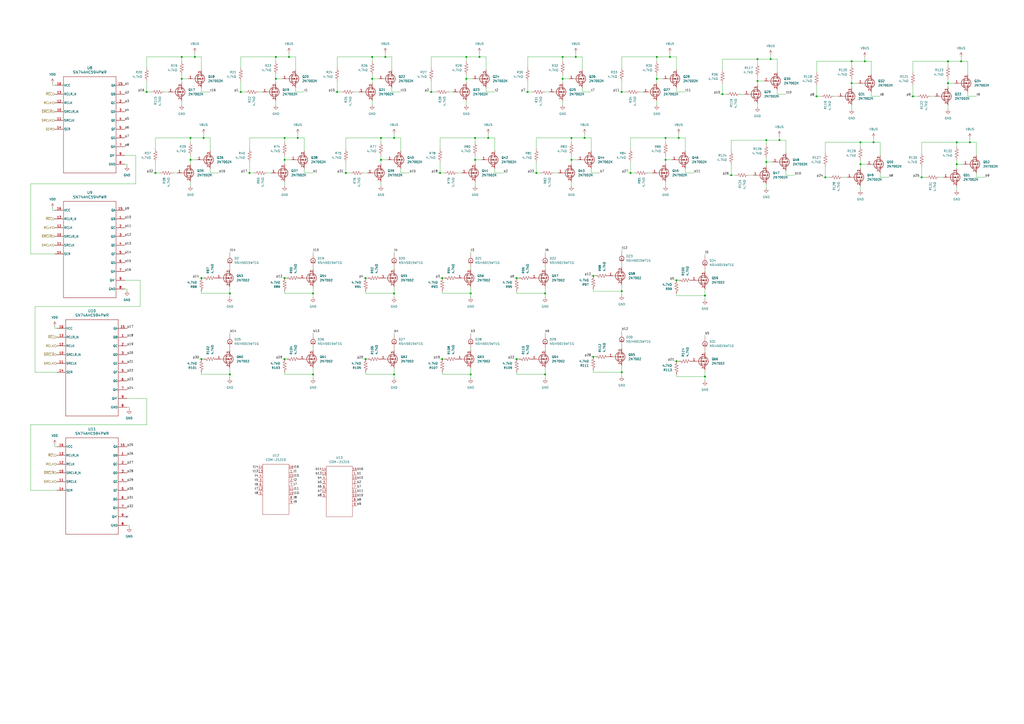
<source format=kicad_sch>
(kicad_sch (version 20231120) (generator "eeschema") (generator_version "8.0")
  (paper "A2")
  (junction (at 116.84 208.28))
  (junction (at 478.79 102.87))
  (junction (at 273.05 217.17))
  (junction (at 299.72 208.28))
  (junction (at 439.42 34.29))
  (junction (at 220.98 80.01))
  (junction (at 365.76 100.33))
  (junction (at 388.62 33.02))
  (junction (at 270.51 45.72))
  (junction (at 494.03 35.56))
  (junction (at 167.64 33.02))
  (junction (at 506.73 82.55))
  (junction (at 562.61 82.55))
  (junction (at 228.6 170.18))
  (junction (at 273.05 170.18))
  (junction (at 223.52 33.02))
  (junction (at 256.54 161.29))
  (junction (at 195.58 53.34))
  (junction (at 165.1 80.01))
  (junction (at 228.6 80.01))
  (junction (at 144.78 100.33))
  (junction (at 118.11 80.01))
  (junction (at 90.17 100.33))
  (junction (at 381 45.72))
  (junction (at 408.94 171.45))
  (junction (at 212.09 161.29))
  (junction (at 386.08 92.71))
  (junction (at 275.59 80.01))
  (junction (at 386.08 80.01))
  (junction (at 105.41 33.02))
  (junction (at 250.19 53.34))
  (junction (at 392.43 209.55))
  (junction (at 447.04 34.29))
  (junction (at 306.07 53.34))
  (junction (at 255.27 100.33))
  (junction (at 270.51 33.02))
  (junction (at 311.15 100.33))
  (junction (at 529.59 55.88))
  (junction (at 439.42 46.99))
  (junction (at 110.49 80.01))
  (junction (at 473.71 55.88))
  (junction (at 316.23 217.17))
  (junction (at 534.67 102.87))
  (junction (at 299.72 161.29))
  (junction (at 360.68 53.34))
  (junction (at 499.11 82.55))
  (junction (at 165.1 161.29))
  (junction (at 326.39 33.02))
  (junction (at 494.03 48.26))
  (junction (at 181.61 170.18))
  (junction (at 85.09 53.34))
  (junction (at 220.98 92.71))
  (junction (at 215.9 33.02))
  (junction (at 200.66 100.33))
  (junction (at 393.7 80.01))
  (junction (at 557.53 35.56))
  (junction (at 165.1 208.28))
  (junction (at 133.35 170.18))
  (junction (at 360.68 168.91))
  (junction (at 172.72 80.01))
  (junction (at 499.11 95.25))
  (junction (at 444.5 93.98))
  (junction (at 228.6 217.17))
  (junction (at 160.02 33.02))
  (junction (at 549.91 48.26))
  (junction (at 424.18 101.6))
  (junction (at 160.02 45.72))
  (junction (at 278.13 33.02))
  (junction (at 381 33.02))
  (junction (at 110.49 92.71))
  (junction (at 181.61 217.17))
  (junction (at 501.65 35.56))
  (junction (at 452.12 81.28))
  (junction (at 339.09 80.01))
  (junction (at 360.68 215.9))
  (junction (at 215.9 45.72))
  (junction (at 113.03 33.02))
  (junction (at 331.47 80.01))
  (junction (at 283.21 80.01))
  (junction (at 554.99 95.25))
  (junction (at 316.23 170.18))
  (junction (at 392.43 162.56))
  (junction (at 331.47 92.71))
  (junction (at 212.09 208.28))
  (junction (at 419.1 54.61))
  (junction (at 165.1 92.71))
  (junction (at 344.17 160.02))
  (junction (at 105.41 45.72))
  (junction (at 133.35 217.17))
  (junction (at 116.84 161.29))
  (junction (at 139.7 53.34))
  (junction (at 256.54 208.28))
  (junction (at 334.01 33.02))
  (junction (at 549.91 35.56))
  (junction (at 326.39 45.72))
  (junction (at 408.94 218.44))
  (junction (at 344.17 207.01))
  (junction (at 554.99 82.55))
  (junction (at 444.5 81.28))
  (junction (at 275.59 92.71))
  (no_connect (at 73.66 299.72))
  (wire (pts (xy 554.99 95.25) (xy 554.99 92.71)))
  (wire (pts (xy 339.09 77.47) (xy 339.09 80.01)))
  (wire (pts (xy 110.49 105.41) (xy 110.49 107.95)))
  (wire (pts (xy 510.54 55.88) (xy 505.46 55.88)))
  (wire (pts (xy 212.09 215.9) (xy 212.09 217.17)))
  (wire (pts (xy 224.79 92.71) (xy 220.98 92.71)))
  (wire (pts (xy 255.27 100.33) (xy 257.81 100.33)))
  (wire (pts (xy 386.08 92.71) (xy 386.08 95.25)))
  (wire (pts (xy 447.04 31.75) (xy 447.04 34.29)))
  (wire (pts (xy 105.41 58.42) (xy 105.41 60.96)))
  (wire (pts (xy 408.94 218.44) (xy 408.94 220.98)))
  (wire (pts (xy 499.11 95.25) (xy 499.11 97.79)))
  (wire (pts (xy 344.17 207.01) (xy 345.44 207.01)))
  (wire (pts (xy 331.47 92.71) (xy 331.47 90.17)))
  (wire (pts (xy 223.52 30.48) (xy 223.52 33.02)))
  (wire (pts (xy 306.07 33.02) (xy 326.39 33.02)))
  (wire (pts (xy 534.67 102.87) (xy 534.67 96.52)))
  (wire (pts (xy 275.59 105.41) (xy 275.59 107.95)))
  (wire (pts (xy 283.21 80.01) (xy 275.59 80.01)))
  (wire (pts (xy 331.47 80.01) (xy 331.47 82.55)))
  (wire (pts (xy 100.33 100.33) (xy 102.87 100.33)))
  (wire (pts (xy 171.45 40.64) (xy 171.45 33.02)))
  (wire (pts (xy 549.91 48.26) (xy 549.91 50.8)))
  (wire (pts (xy 439.42 46.99) (xy 439.42 49.53)))
  (wire (pts (xy 391.16 209.55) (xy 392.43 209.55)))
  (wire (pts (xy 31.75 190.5) (xy 31.75 189.23)))
  (wire (pts (xy 165.1 161.29) (xy 166.37 161.29)))
  (wire (pts (xy 228.6 154.94) (xy 228.6 156.21)))
  (wire (pts (xy 566.42 90.17) (xy 566.42 82.55)))
  (wire (pts (xy 316.23 170.18) (xy 316.23 166.37)))
  (wire (pts (xy 562.61 80.01) (xy 562.61 82.55)))
  (wire (pts (xy 81.28 177.8) (xy 20.32 177.8)))
  (wire (pts (xy 478.79 102.87) (xy 481.33 102.87)))
  (wire (pts (xy 167.64 33.02) (xy 160.02 33.02)))
  (wire (pts (xy 139.7 53.34) (xy 139.7 46.99)))
  (wire (pts (xy 344.17 214.63) (xy 344.17 215.9)))
  (wire (pts (xy 472.44 55.88) (xy 473.71 55.88)))
  (wire (pts (xy 510.54 90.17) (xy 510.54 82.55)))
  (wire (pts (xy 337.82 53.34) (xy 337.82 50.8)))
  (wire (pts (xy 392.43 162.56) (xy 393.7 162.56)))
  (wire (pts (xy 215.9 45.72) (xy 215.9 48.26)))
  (wire (pts (xy 256.54 161.29) (xy 257.81 161.29)))
  (wire (pts (xy 360.68 33.02) (xy 381 33.02)))
  (wire (pts (xy 171.45 33.02) (xy 167.64 33.02)))
  (wire (pts (xy 273.05 170.18) (xy 273.05 166.37)))
  (wire (pts (xy 360.68 53.34) (xy 360.68 46.99)))
  (wire (pts (xy 316.23 146.05) (xy 316.23 147.32)))
  (wire (pts (xy 342.9 87.63) (xy 342.9 80.01)))
  (wire (pts (xy 478.79 88.9) (xy 478.79 82.55)))
  (wire (pts (xy 375.92 100.33) (xy 378.46 100.33)))
  (wire (pts (xy 397.51 80.01) (xy 393.7 80.01)))
  (wire (pts (xy 223.52 33.02) (xy 215.9 33.02)))
  (wire (pts (xy 331.47 105.41) (xy 331.47 107.95)))
  (wire (pts (xy 143.51 100.33) (xy 144.78 100.33)))
  (wire (pts (xy 254 100.33) (xy 255.27 100.33)))
  (wire (pts (xy 181.61 201.93) (xy 181.61 203.2)))
  (wire (pts (xy 160.02 45.72) (xy 160.02 43.18)))
  (wire (pts (xy 347.98 100.33) (xy 342.9 100.33)))
  (wire (pts (xy 499.11 107.95) (xy 499.11 110.49)))
  (wire (pts (xy 529.59 55.88) (xy 532.13 55.88)))
  (wire (pts (xy 114.3 92.71) (xy 110.49 92.71)))
  (wire (pts (xy 200.66 86.36) (xy 200.66 80.01)))
  (wire (pts (xy 408.94 171.45) (xy 408.94 173.99)))
  (wire (pts (xy 326.39 33.02) (xy 326.39 35.56)))
  (wire (pts (xy 455.93 88.9) (xy 455.93 81.28)))
  (wire (pts (xy 127 100.33) (xy 121.92 100.33)))
  (wire (pts (xy 408.94 147.32) (xy 408.94 148.59)))
  (wire (pts (xy 165.1 168.91) (xy 165.1 170.18)))
  (wire (pts (xy 370.84 53.34) (xy 373.38 53.34)))
  (wire (pts (xy 228.6 77.47) (xy 228.6 80.01)))
  (wire (pts (xy 194.31 53.34) (xy 195.58 53.34)))
  (wire (pts (xy 534.67 88.9) (xy 534.67 82.55)))
  (wire (pts (xy 165.1 217.17) (xy 181.61 217.17)))
  (wire (pts (xy 344.17 168.91) (xy 360.68 168.91)))
  (wire (pts (xy 342.9 80.01) (xy 339.09 80.01)))
  (wire (pts (xy 342.9 160.02) (xy 344.17 160.02)))
  (wire (pts (xy 116.84 170.18) (xy 133.35 170.18)))
  (wire (pts (xy 165.1 105.41) (xy 165.1 107.95)))
  (wire (pts (xy 200.66 100.33) (xy 200.66 93.98)))
  (wire (pts (xy 365.76 100.33) (xy 365.76 93.98)))
  (wire (pts (xy 388.62 33.02) (xy 381 33.02)))
  (wire (pts (xy 299.72 168.91) (xy 299.72 170.18)))
  (wire (pts (xy 393.7 77.47) (xy 393.7 80.01)))
  (wire (pts (xy 306.07 53.34) (xy 306.07 46.99)))
  (wire (pts (xy 195.58 39.37) (xy 195.58 33.02)))
  (wire (pts (xy 381 45.72) (xy 381 48.26)))
  (wire (pts (xy 116.84 168.91) (xy 116.84 170.18)))
  (wire (pts (xy 250.19 53.34) (xy 250.19 46.99)))
  (wire (pts (xy 181.61 170.18) (xy 181.61 172.72)))
  (wire (pts (xy 210.82 208.28) (xy 212.09 208.28)))
  (wire (pts (xy 292.1 100.33) (xy 287.02 100.33)))
  (wire (pts (xy 83.82 53.34) (xy 85.09 53.34)))
  (wire (pts (xy 105.41 45.72) (xy 105.41 43.18)))
  (wire (pts (xy 342.9 207.01) (xy 344.17 207.01)))
  (wire (pts (xy 478.79 102.87) (xy 478.79 96.52)))
  (wire (pts (xy 494.03 48.26) (xy 494.03 45.72)))
  (wire (pts (xy 165.1 215.9) (xy 165.1 217.17)))
  (wire (pts (xy 163.83 161.29) (xy 165.1 161.29)))
  (wire (pts (xy 212.09 170.18) (xy 228.6 170.18)))
  (wire (pts (xy 281.94 33.02) (xy 278.13 33.02)))
  (wire (pts (xy 506.73 82.55) (xy 499.11 82.55)))
  (wire (pts (xy 316.23 201.93) (xy 316.23 203.2)))
  (wire (pts (xy 478.79 82.55) (xy 499.11 82.55)))
  (wire (pts (xy 473.71 41.91) (xy 473.71 35.56)))
  (wire (pts (xy 273.05 154.94) (xy 273.05 156.21)))
  (wire (pts (xy 360.68 39.37) (xy 360.68 33.02)))
  (wire (pts (xy 138.43 53.34) (xy 139.7 53.34)))
  (wire (pts (xy 274.32 45.72) (xy 270.51 45.72)))
  (wire (pts (xy 228.6 170.18) (xy 228.6 172.72)))
  (wire (pts (xy 256.54 217.17) (xy 273.05 217.17)))
  (wire (pts (xy 392.43 170.18) (xy 392.43 171.45)))
  (wire (pts (xy 342.9 53.34) (xy 337.82 53.34)))
  (wire (pts (xy 116.84 161.29) (xy 118.11 161.29)))
  (wire (pts (xy 311.15 86.36) (xy 311.15 80.01)))
  (wire (pts (xy 393.7 80.01) (xy 386.08 80.01)))
  (wire (pts (xy 287.02 53.34) (xy 281.94 53.34)))
  (wire (pts (xy 90.17 100.33) (xy 90.17 93.98)))
  (wire (pts (xy 501.65 33.02) (xy 501.65 35.56)))
  (wire (pts (xy 181.61 100.33) (xy 176.53 100.33)))
  (wire (pts (xy 181.61 146.05) (xy 181.61 147.32)))
  (wire (pts (xy 228.6 201.93) (xy 228.6 203.2)))
  (wire (pts (xy 176.53 53.34) (xy 171.45 53.34)))
  (wire (pts (xy 279.4 92.71) (xy 275.59 92.71)))
  (wire (pts (xy 85.09 53.34) (xy 85.09 46.99)))
  (wire (pts (xy 424.18 81.28) (xy 444.5 81.28)))
  (wire (pts (xy 337.82 33.02) (xy 334.01 33.02)))
  (wire (pts (xy 121.92 87.63) (xy 121.92 80.01)))
  (wire (pts (xy 165.1 80.01) (xy 165.1 82.55)))
  (wire (pts (xy 139.7 39.37) (xy 139.7 33.02)))
  (wire (pts (xy 316.23 217.17) (xy 316.23 213.36)))
  (wire (pts (xy 422.91 101.6) (xy 424.18 101.6)))
  (wire (pts (xy 360.68 200.66) (xy 360.68 201.93)))
  (wire (pts (xy 497.84 48.26) (xy 494.03 48.26)))
  (wire (pts (xy 304.8 53.34) (xy 306.07 53.34)))
  (wire (pts (xy 72.39 90.17) (xy 78.74 90.17)))
  (wire (pts (xy 488.95 102.87) (xy 491.49 102.87)))
  (wire (pts (xy 549.91 48.26) (xy 549.91 45.72)))
  (wire (pts (xy 210.82 100.33) (xy 213.36 100.33)))
  (wire (pts (xy 228.6 193.04) (xy 228.6 194.31)))
  (wire (pts (xy 554.99 95.25) (xy 554.99 97.79)))
  (wire (pts (xy 181.61 170.18) (xy 181.61 166.37)))
  (wire (pts (xy 510.54 82.55) (xy 506.73 82.55)))
  (wire (pts (xy 554.99 82.55) (xy 554.99 85.09)))
  (wire (pts (xy 533.4 102.87) (xy 534.67 102.87)))
  (wire (pts (xy 228.6 217.17) (xy 228.6 219.71)))
  (wire (pts (xy 287.02 87.63) (xy 287.02 80.01)))
  (wire (pts (xy 227.33 40.64) (xy 227.33 33.02)))
  (wire (pts (xy 74.93 306.07) (xy 74.93 304.8)))
  (wire (pts (xy 256.54 208.28) (xy 257.81 208.28)))
  (wire (pts (xy 248.92 53.34) (xy 250.19 53.34)))
  (wire (pts (xy 200.66 80.01) (xy 220.98 80.01)))
  (wire (pts (xy 515.62 102.87) (xy 510.54 102.87)))
  (wire (pts (xy 113.03 30.48) (xy 113.03 33.02)))
  (wire (pts (xy 85.09 33.02) (xy 105.41 33.02)))
  (wire (pts (xy 339.09 80.01) (xy 331.47 80.01)))
  (wire (pts (xy 110.49 92.71) (xy 110.49 90.17)))
  (wire (pts (xy 554.99 107.95) (xy 554.99 110.49)))
  (wire (pts (xy 381 45.72) (xy 381 43.18)))
  (wire (pts (xy 78.74 90.17) (xy 78.74 106.68)))
  (wire (pts (xy 133.35 217.17) (xy 133.35 219.71)))
  (wire (pts (xy 419.1 34.29) (xy 439.42 34.29)))
  (wire (pts (xy 281.94 53.34) (xy 281.94 50.8)))
  (wire (pts (xy 273.05 193.04) (xy 273.05 194.31)))
  (wire (pts (xy 270.51 45.72) (xy 270.51 48.26)))
  (wire (pts (xy 133.35 170.18) (xy 133.35 166.37)))
  (wire (pts (xy 154.94 100.33) (xy 157.48 100.33)))
  (wire (pts (xy 326.39 45.72) (xy 326.39 43.18)))
  (wire (pts (xy 90.17 80.01) (xy 110.49 80.01)))
  (wire (pts (xy 220.98 92.71) (xy 220.98 90.17)))
  (wire (pts (xy 116.84 40.64) (xy 116.84 33.02)))
  (wire (pts (xy 311.15 100.33) (xy 311.15 93.98)))
  (wire (pts (xy 544.83 102.87) (xy 547.37 102.87)))
  (wire (pts (xy 452.12 78.74) (xy 452.12 81.28)))
  (wire (pts (xy 200.66 100.33) (xy 203.2 100.33)))
  (wire (pts (xy 255.27 208.28) (xy 256.54 208.28)))
  (wire (pts (xy 255.27 100.33) (xy 255.27 93.98)))
  (wire (pts (xy 364.49 100.33) (xy 365.76 100.33)))
  (wire (pts (xy 144.78 86.36) (xy 144.78 80.01)))
  (wire (pts (xy 116.84 217.17) (xy 133.35 217.17)))
  (wire (pts (xy 118.11 77.47) (xy 118.11 80.01)))
  (wire (pts (xy 20.32 177.8) (xy 20.32 215.9)))
  (wire (pts (xy 455.93 101.6) (xy 455.93 99.06)))
  (wire (pts (xy 360.68 153.67) (xy 360.68 154.94)))
  (wire (pts (xy 534.67 82.55) (xy 554.99 82.55)))
  (wire (pts (xy 417.83 54.61) (xy 419.1 54.61)))
  (wire (pts (xy 116.84 208.28) (xy 118.11 208.28)))
  (wire (pts (xy 250.19 33.02) (xy 270.51 33.02)))
  (wire (pts (xy 429.26 54.61) (xy 431.8 54.61)))
  (wire (pts (xy 73.66 231.14) (xy 85.09 231.14)))
  (wire (pts (xy 113.03 33.02) (xy 105.41 33.02)))
  (wire (pts (xy 450.85 34.29) (xy 447.04 34.29)))
  (wire (pts (xy 17.78 147.32) (xy 31.75 147.32)))
  (wire (pts (xy 275.59 92.71) (xy 275.59 95.25)))
  (wire (pts (xy 299.72 161.29) (xy 300.99 161.29)))
  (wire (pts (xy 220.98 92.71) (xy 220.98 95.25)))
  (wire (pts (xy 505.46 35.56) (xy 501.65 35.56)))
  (wire (pts (xy 549.91 60.96) (xy 549.91 63.5)))
  (wire (pts (xy 562.61 82.55) (xy 554.99 82.55)))
  (wire (pts (xy 316.23 170.18) (xy 316.23 172.72)))
  (wire (pts (xy 381 58.42) (xy 381 60.96)))
  (wire (pts (xy 133.35 217.17) (xy 133.35 213.36)))
  (wire (pts (xy 73.66 168.91) (xy 73.66 167.64)))
  (wire (pts (xy 311.15 80.01) (xy 331.47 80.01)))
  (wire (pts (xy 256.54 170.18) (xy 273.05 170.18)))
  (wire (pts (xy 566.42 102.87) (xy 566.42 100.33)))
  (wire (pts (xy 88.9 100.33) (xy 90.17 100.33)))
  (wire (pts (xy 273.05 201.93) (xy 273.05 203.2)))
  (wire (pts (xy 499.11 95.25) (xy 499.11 92.71)))
  (wire (pts (xy 335.28 92.71) (xy 331.47 92.71)))
  (wire (pts (xy 299.72 215.9) (xy 299.72 217.17)))
  (wire (pts (xy 115.57 208.28) (xy 116.84 208.28)))
  (wire (pts (xy 397.51 100.33) (xy 397.51 97.79)))
  (wire (pts (xy 392.43 209.55) (xy 393.7 209.55)))
  (wire (pts (xy 444.5 93.98) (xy 444.5 96.52)))
  (wire (pts (xy 392.43 218.44) (xy 408.94 218.44)))
  (wire (pts (xy 450.85 41.91) (xy 450.85 34.29)))
  (wire (pts (xy 278.13 30.48) (xy 278.13 33.02)))
  (wire (pts (xy 116.84 53.34) (xy 116.84 50.8)))
  (wire (pts (xy 299.72 208.28) (xy 300.99 208.28)))
  (wire (pts (xy 365.76 86.36) (xy 365.76 80.01)))
  (wire (pts (xy 121.92 53.34) (xy 116.84 53.34)))
  (wire (pts (xy 149.86 53.34) (xy 152.4 53.34)))
  (wire (pts (xy 275.59 92.71) (xy 275.59 90.17)))
  (wire (pts (xy 419.1 54.61) (xy 421.64 54.61)))
  (wire (pts (xy 74.93 237.49) (xy 74.93 236.22)))
  (wire (pts (xy 74.93 236.22) (xy 73.66 236.22)))
  (wire (pts (xy 499.11 82.55) (xy 499.11 85.09)))
  (wire (pts (xy 210.82 161.29) (xy 212.09 161.29)))
  (wire (pts (xy 360.68 168.91) (xy 360.68 171.45)))
  (wire (pts (xy 316.23 193.04) (xy 316.23 194.31)))
  (wire (pts (xy 256.54 215.9) (xy 256.54 217.17)))
  (wire (pts (xy 176.53 100.33) (xy 176.53 97.79)))
  (wire (pts (xy 316.23 217.17) (xy 316.23 219.71)))
  (wire (pts (xy 165.1 92.71) (xy 165.1 90.17)))
  (wire (pts (xy 172.72 77.47) (xy 172.72 80.01)))
  (wire (pts (xy 144.78 100.33) (xy 147.32 100.33)))
  (wire (pts (xy 299.72 170.18) (xy 316.23 170.18)))
  (wire (pts (xy 139.7 33.02) (xy 160.02 33.02)))
  (wire (pts (xy 250.19 39.37) (xy 250.19 33.02)))
  (wire (pts (xy 439.42 34.29) (xy 439.42 36.83)))
  (wire (pts (xy 392.43 217.17) (xy 392.43 218.44)))
  (wire (pts (xy 121.92 100.33) (xy 121.92 97.79)))
  (wire (pts (xy 494.03 35.56) (xy 494.03 38.1)))
  (wire (pts (xy 181.61 217.17) (xy 181.61 219.71)))
  (wire (pts (xy 265.43 100.33) (xy 267.97 100.33)))
  (wire (pts (xy 255.27 80.01) (xy 275.59 80.01)))
  (wire (pts (xy 171.45 53.34) (xy 171.45 50.8)))
  (wire (pts (xy 473.71 55.88) (xy 476.25 55.88)))
  (wire (pts (xy 215.9 33.02) (xy 215.9 35.56)))
  (wire (pts (xy 309.88 100.33) (xy 311.15 100.33)))
  (wire (pts (xy 165.1 170.18) (xy 181.61 170.18)))
  (wire (pts (xy 553.72 48.26) (xy 549.91 48.26)))
  (wire (pts (xy 326.39 45.72) (xy 326.39 48.26)))
  (wire (pts (xy 298.45 161.29) (xy 299.72 161.29)))
  (wire (pts (xy 199.39 100.33) (xy 200.66 100.33)))
  (wire (pts (xy 275.59 80.01) (xy 275.59 82.55)))
  (wire (pts (xy 81.28 162.56) (xy 81.28 177.8)))
  (wire (pts (xy 334.01 30.48) (xy 334.01 33.02)))
  (wire (pts (xy 344.17 215.9) (xy 360.68 215.9)))
  (wire (pts (xy 316.23 154.94) (xy 316.23 156.21)))
  (wire (pts (xy 133.35 193.04) (xy 133.35 194.31)))
  (wire (pts (xy 337.82 40.64) (xy 337.82 33.02)))
  (wire (pts (xy 419.1 54.61) (xy 419.1 48.26)))
  (wire (pts (xy 360.68 191.77) (xy 360.68 193.04)))
  (wire (pts (xy 273.05 217.17) (xy 273.05 219.71)))
  (wire (pts (xy 424.18 87.63) (xy 424.18 81.28)))
  (wire (pts (xy 232.41 100.33) (xy 232.41 97.79)))
  (wire (pts (xy 381 33.02) (xy 381 35.56)))
  (wire (pts (xy 452.12 81.28) (xy 444.5 81.28)))
  (wire (pts (xy 232.41 80.01) (xy 228.6 80.01)))
  (wire (pts (xy 384.81 45.72) (xy 381 45.72)))
  (wire (pts (xy 33.02 259.08) (xy 31.75 259.08)))
  (wire (pts (xy 85.09 231.14) (xy 85.09 246.38)))
  (wire (pts (xy 306.07 53.34) (xy 308.61 53.34)))
  (wire (pts (xy 539.75 55.88) (xy 542.29 55.88)))
  (wire (pts (xy 334.01 33.02) (xy 326.39 33.02)))
  (wire (pts (xy 461.01 101.6) (xy 455.93 101.6)))
  (wire (pts (xy 73.66 167.64) (xy 72.39 167.64)))
  (wire (pts (xy 273.05 217.17) (xy 273.05 213.36)))
  (wire (pts (xy 299.72 217.17) (xy 316.23 217.17)))
  (wire (pts (xy 494.03 60.96) (xy 494.03 63.5)))
  (wire (pts (xy 30.48 49.53) (xy 30.48 48.26)))
  (wire (pts (xy 228.6 146.05) (xy 228.6 147.32)))
  (wire (pts (xy 181.61 154.94) (xy 181.61 156.21)))
  (wire (pts (xy 306.07 39.37) (xy 306.07 33.02)))
  (wire (pts (xy 494.03 48.26) (xy 494.03 50.8)))
  (wire (pts (xy 110.49 92.71) (xy 110.49 95.25)))
  (wire (pts (xy 232.41 87.63) (xy 232.41 80.01)))
  (wire (pts (xy 167.64 30.48) (xy 167.64 33.02)))
  (wire (pts (xy 443.23 46.99) (xy 439.42 46.99)))
  (wire (pts (xy 105.41 33.02) (xy 105.41 35.56)))
  (wire (pts (xy 389.89 92.71) (xy 386.08 92.71)))
  (wire (pts (xy 419.1 40.64) (xy 419.1 34.29)))
  (wire (pts (xy 133.35 146.05) (xy 133.35 147.32)))
  (wire (pts (xy 561.34 43.18) (xy 561.34 35.56)))
  (wire (pts (xy 212.09 161.29) (xy 213.36 161.29)))
  (wire (pts (xy 534.67 102.87) (xy 537.21 102.87)))
  (wire (pts (xy 473.71 55.88) (xy 473.71 49.53)))
  (wire (pts (xy 447.04 34.29) (xy 439.42 34.29)))
  (wire (pts (xy 270.51 33.02) (xy 270.51 35.56)))
  (wire (pts (xy 388.62 30.48) (xy 388.62 33.02)))
  (wire (pts (xy 116.84 215.9) (xy 116.84 217.17)))
  (wire (pts (xy 133.35 201.93) (xy 133.35 203.2)))
  (wire (pts (xy 116.84 33.02) (xy 113.03 33.02)))
  (wire (pts (xy 139.7 53.34) (xy 142.24 53.34)))
  (wire (pts (xy 133.35 170.18) (xy 133.35 172.72)))
  (wire (pts (xy 287.02 100.33) (xy 287.02 97.79)))
  (wire (pts (xy 105.41 45.72) (xy 105.41 48.26)))
  (wire (pts (xy 232.41 53.34) (xy 227.33 53.34)))
  (wire (pts (xy 176.53 87.63) (xy 176.53 80.01)))
  (wire (pts (xy 30.48 121.92) (xy 30.48 120.65)))
  (wire (pts (xy 408.94 203.2) (xy 408.94 204.47)))
  (wire (pts (xy 408.94 171.45) (xy 408.94 167.64)))
  (wire (pts (xy 326.39 58.42) (xy 326.39 60.96)))
  (wire (pts (xy 402.59 100.33) (xy 397.51 100.33)))
  (wire (pts (xy 386.08 80.01) (xy 386.08 82.55)))
  (wire (pts (xy 85.09 53.34) (xy 87.63 53.34)))
  (wire (pts (xy 176.53 80.01) (xy 172.72 80.01)))
  (wire (pts (xy 260.35 53.34) (xy 262.89 53.34)))
  (wire (pts (xy 85.09 246.38) (xy 17.78 246.38)))
  (wire (pts (xy 110.49 80.01) (xy 110.49 82.55)))
  (wire (pts (xy 424.18 101.6) (xy 424.18 95.25)))
  (wire (pts (xy 255.27 161.29) (xy 256.54 161.29)))
  (wire (pts (xy 455.93 54.61) (xy 450.85 54.61)))
  (wire (pts (xy 181.61 193.04) (xy 181.61 194.31)))
  (wire (pts (xy 237.49 100.33) (xy 232.41 100.33)))
  (wire (pts (xy 360.68 215.9) (xy 360.68 218.44)))
  (wire (pts (xy 392.43 33.02) (xy 388.62 33.02)))
  (wire (pts (xy 31.75 49.53) (xy 30.48 49.53)))
  (wire (pts (xy 215.9 58.42) (xy 215.9 60.96)))
  (wire (pts (xy 566.42 82.55) (xy 562.61 82.55)))
  (wire (pts (xy 73.66 95.25) (xy 72.39 95.25)))
  (wire (pts (xy 444.5 93.98) (xy 444.5 91.44)))
  (wire (pts (xy 529.59 41.91) (xy 529.59 35.56)))
  (wire (pts (xy 439.42 59.69) (xy 439.42 62.23)))
  (wire (pts (xy 74.93 304.8) (xy 73.66 304.8)))
  (wire (pts (xy 73.66 96.52) (xy 73.66 95.25)))
  (wire (pts (xy 78.74 106.68) (xy 17.78 106.68)))
  (wire (pts (xy 212.09 208.28) (xy 213.36 208.28)))
  (wire (pts (xy 163.83 208.28) (xy 165.1 208.28)))
  (wire (pts (xy 273.05 170.18) (xy 273.05 172.72)))
  (wire (pts (xy 195.58 33.02) (xy 215.9 33.02)))
  (wire (pts (xy 424.18 101.6) (xy 426.72 101.6)))
  (wire (pts (xy 90.17 100.33) (xy 92.71 100.33)))
  (wire (pts (xy 85.09 39.37) (xy 85.09 33.02)))
  (wire (pts (xy 408.94 156.21) (xy 408.94 157.48)))
  (wire (pts (xy 281.94 40.64) (xy 281.94 33.02)))
  (wire (pts (xy 255.27 86.36) (xy 255.27 80.01)))
  (wire (pts (xy 31.75 259.08) (xy 31.75 257.81)))
  (wire (pts (xy 360.68 144.78) (xy 360.68 146.05)))
  (wire (pts (xy 501.65 35.56) (xy 494.03 35.56)))
  (wire (pts (xy 529.59 55.88) (xy 529.59 49.53)))
  (wire (pts (xy 392.43 53.34) (xy 392.43 50.8)))
  (wire (pts (xy 360.68 53.34) (xy 363.22 53.34)))
  (wire (pts (xy 505.46 43.18) (xy 505.46 35.56)))
  (wire (pts (xy 549.91 35.56) (xy 549.91 38.1)))
  (wire (pts (xy 360.68 168.91) (xy 360.68 165.1)))
  (wire (pts (xy 227.33 53.34) (xy 227.33 50.8)))
  (wire (pts (xy 311.15 100.33) (xy 313.69 100.33)))
  (wire (pts (xy 434.34 101.6) (xy 436.88 101.6)))
  (wire (pts (xy 160.02 58.42) (xy 160.02 60.96)))
  (wire (pts (xy 270.51 45.72) (xy 270.51 43.18)))
  (wire (pts (xy 444.5 81.28) (xy 444.5 83.82)))
  (wire (pts (xy 330.2 45.72) (xy 326.39 45.72)))
  (wire (pts (xy 205.74 53.34) (xy 208.28 53.34)))
  (wire (pts (xy 502.92 95.25) (xy 499.11 95.25)))
  (wire (pts (xy 444.5 106.68) (xy 444.5 109.22)))
  (wire (pts (xy 90.17 86.36) (xy 90.17 80.01)))
  (wire (pts (xy 561.34 35.56) (xy 557.53 35.56)))
  (wire (pts (xy 270.51 58.42) (xy 270.51 60.96)))
  (wire (pts (xy 256.54 168.91) (xy 256.54 170.18)))
  (wire (pts (xy 212.09 217.17) (xy 228.6 217.17)))
  (wire (pts (xy 195.58 53.34) (xy 198.12 53.34)))
  (wire (pts (xy 397.51 53.34) (xy 392.43 53.34)))
  (wire (pts (xy 391.16 162.56) (xy 392.43 162.56)))
  (wire (pts (xy 344.17 167.64) (xy 344.17 168.91)))
  (wire (pts (xy 172.72 80.01) (xy 165.1 80.01)))
  (wire (pts (xy 408.94 218.44) (xy 408.94 214.63)))
  (wire (pts (xy 165.1 92.71) (xy 165.1 95.25)))
  (wire (pts (xy 483.87 55.88) (xy 486.41 55.88)))
  (wire (pts (xy 163.83 45.72) (xy 160.02 45.72)))
  (wire (pts (xy 228.6 217.17) (xy 228.6 213.36)))
  (wire (pts (xy 566.42 55.88) (xy 561.34 55.88)))
  (wire (pts (xy 165.1 208.28) (xy 166.37 208.28)))
  (wire (pts (xy 215.9 45.72) (xy 215.9 43.18)))
  (wire (pts (xy 278.13 33.02) (xy 270.51 33.02)))
  (wire (pts (xy 144.78 80.01) (xy 165.1 80.01)))
  (wire (pts (xy 195.58 53.34) (xy 195.58 46.99)))
  (wire (pts (xy 228.6 80.01) (xy 220.98 80.01)))
  (wire (pts (xy 273.05 146.05) (xy 273.05 147.32)))
  (wire (pts (xy 321.31 100.33) (xy 323.85 100.33)))
  (wire (pts (xy 219.71 45.72) (xy 215.9 45.72)))
  (wire (pts (xy 392.43 40.64) (xy 392.43 33.02)))
  (wire (pts (xy 17.78 284.48) (xy 33.02 284.48)))
  (wire (pts (xy 386.08 105.41) (xy 386.08 107.95)))
  (wire (pts (xy 360.68 215.9) (xy 360.68 212.09)))
  (wire (pts (xy 283.21 77.47) (xy 283.21 80.01)))
  (wire (pts (xy 95.25 53.34) (xy 97.79 53.34)))
  (wire (pts (xy 561.34 55.88) (xy 561.34 53.34)))
  (wire (pts (xy 392.43 171.45) (xy 408.94 171.45)))
  (wire (pts (xy 455.93 81.28) (xy 452.12 81.28)))
  (wire (pts (xy 220.98 105.41) (xy 220.98 107.95)))
  (wire (pts (xy 160.02 45.72) (xy 160.02 48.26)))
  (wire (pts (xy 212.09 168.91) (xy 212.09 170.18)))
  (wire (pts (xy 397.51 87.63) (xy 397.51 80.01)))
  (wire (pts (xy 118.11 80.01) (xy 110.49 80.01)))
  (wire (pts (xy 168.91 92.71) (xy 165.1 92.71)))
  (wire (pts (xy 298.45 208.28) (xy 299.72 208.28)))
  (wire (pts (xy 558.8 95.25) (xy 554.99 95.25)))
  (wire (pts (xy 529.59 35.56) (xy 549.91 35.56)))
  (wire (pts (xy 228.6 170.18) (xy 228.6 166.37)))
  (wire (pts (xy 250.19 53.34) (xy 252.73 53.34)))
  (wire (pts (xy 331.47 92.71) (xy 331.47 95.25)))
  (wire (pts (xy 227.33 33.02) (xy 223.52 33.02)))
  (wire (pts (xy 386.08 92.71) (xy 386.08 90.17)))
  (wire (pts (xy 528.32 55.88) (xy 529.59 55.88)))
  (wire (pts (xy 17.78 246.38) (xy 17.78 284.48)))
  (wire (pts (xy 505.46 55.88) (xy 505.46 53.34)))
  (wire (pts (xy 287.02 80.01) (xy 283.21 80.01)))
  (wire (pts (xy 109.22 45.72) (xy 105.41 45.72)))
  (wire (pts (xy 316.23 53.34) (xy 318.77 53.34)))
  (wire (pts (xy 144.78 100.33) (xy 144.78 93.98)))
  (wire (pts (xy 33.02 190.5) (xy 31.75 190.5)))
  (wire (pts (xy 31.75 121.92) (xy 30.48 121.92)))
  (wire (pts (xy 365.76 100.33) (xy 368.3 100.33)))
  (wire (pts (xy 557.53 35.56) (xy 549.91 35.56)))
  (wire (pts (xy 477.52 102.87) (xy 478.79 102.87)))
  (wire (pts (xy 506.73 80.01) (xy 506.73 82.55)))
  (wire (pts (xy 220.98 80.01) (xy 220.98 82.55)))
  (wire (pts (xy 115.57 161.29) (xy 116.84 161.29)))
  (wire (pts (xy 510.54 102.87) (xy 510.54 100.33)))
  (wire (pts (xy 181.61 217.17) (xy 181.61 213.36)))
  (wire (pts (xy 473.71 35.56) (xy 494.03 35.56)))
  (wire (pts (xy 133.35 154.94) (xy 133.35 156.21)))
  (wire (pts (xy 450.85 54.61) (xy 450.85 52.07)))
  (wire (pts (xy 121.92 80.01) (xy 118.11 80.01)))
  (wire (pts (xy 557.53 33.02) (xy 557.53 35.56)))
  (wire (pts (xy 439.42 46.99) (xy 439.42 44.45)))
  (wire (pts (xy 359.41 53.34) (xy 360.68 53.34)))
  (wire (pts (xy 342.9 100.33) (xy 342.9 97.79)))
  (wire (pts (xy 365.76 80.01) (xy 386.08 80.01)))
  (wire (pts (xy 17.78 106.68) (xy 17.78 147.32)))
  (wire (pts (xy 160.02 33.02) (xy 160.02 35.56)))
  (wire (pts (xy 20.32 215.9) (xy 33.02 215.9)))
  (wire (pts (xy 571.5 102.87) (xy 566.42 102.87)))
  (wire (pts (xy 72.39 162.56) (xy 81.28 162.56)))
  (wire (pts (xy 448.31 93.98) (xy 444.5 93.98)))
  (wire (pts (xy 344.17 160.02) (xy 345.44 160.02)))
  (wire (pts (xy 408.94 194.31) (xy 408.94 195.58)))
  (label "p8" (at 72.39 85.09 0))
  (label "b7" (at 186.69 285.75 180))
  (label "t2" (at 287.02 53.34 0))
  (label "t11" (at 170.18 284.48 0))
  (label "p30" (at 115.57 208.28 180))
  (label "p10" (at 72.39 127 0))
  (label "p30" (at 73.66 284.48 0))
  (label "b9" (at 207.01 293.37 0))
  (label "t8" (at 510.54 55.88 0))
  (label "b2" (at 292.1 100.33 0))
  (label "p28" (at 342.9 207.01 180))
  (label "p8" (at 472.44 55.88 180))
  (label "t7" (at 149.86 284.48 180))
  (label "t10" (at 455.93 54.61 0))
  (label "p25" (at 533.4 102.87 180))
  (label "b16" (at 127 100.33 0))
  (label "p23" (at 73.66 220.98 0))
  (label "t2" (at 170.18 279.4 0))
  (label "b6" (at 186.69 283.21 180))
  (label "t15" (at 170.18 276.86 0))
  (label "p13" (at 72.39 142.24 0))
  (label "t13" (at 149.86 274.32 180))
  (label "p24" (at 477.52 102.87 180))
  (label "t14" (at 133.35 146.05 0))
  (label "p10" (at 417.83 54.61 180))
  (label "t1" (at 176.53 53.34 0))
  (label "p19" (at 73.66 200.66 0))
  (label "p26" (at 422.91 101.6 180))
  (label "b7" (at 347.98 100.33 0))
  (label "t9" (at 170.18 292.1 0))
  (label "b10" (at 207.01 288.29 0))
  (label "t8" (at 170.18 289.56 0))
  (label "p2" (at 248.92 53.34 180))
  (label "p11" (at 359.41 53.34 180))
  (label "t9" (at 566.42 55.88 0))
  (label "b12" (at 360.68 191.77 0))
  (label "p17" (at 73.66 190.5 0))
  (label "p13" (at 163.83 161.29 180))
  (label "p12" (at 342.9 160.02 180))
  (label "p16" (at 83.82 53.34 180))
  (label "p22" (at 298.45 208.28 180))
  (label "t6" (at 316.23 146.05 0))
  (label "t5" (at 408.94 147.32 0))
  (label "t6" (at 149.86 281.94 180))
  (label "p18" (at 254 100.33 180))
  (label "p21" (at 73.66 210.82 0))
  (label "b8" (at 207.01 290.83 0))
  (label "t3" (at 273.05 146.05 0))
  (label "t13" (at 181.61 146.05 0))
  (label "p1" (at 138.43 53.34 180))
  (label "p28" (at 73.66 274.32 0))
  (label "b3" (at 273.05 193.04 0))
  (label "b2" (at 207.01 280.67 0))
  (label "t5" (at 149.86 279.4 180))
  (label "p15" (at 194.31 53.34 180))
  (label "p6" (at 298.45 161.29 180))
  (label "p17" (at 143.51 100.33 180))
  (label "p5" (at 72.39 69.85 0))
  (label "t16" (at 170.18 271.78 0))
  (label "p15" (at 72.39 152.4 0))
  (label "p11" (at 72.39 132.08 0))
  (label "p2" (at 72.39 54.61 0))
  (label "b8" (at 186.69 288.29 180))
  (label "p20" (at 210.82 208.28 180))
  (label "p27" (at 73.66 269.24 0))
  (label "p9" (at 528.32 55.88 180))
  (label "p31" (at 73.66 289.56 0))
  (label "b14" (at 133.35 193.04 0))
  (label "t8" (at 149.86 287.02 180))
  (label "t4" (at 149.86 276.86 180))
  (label "p32" (at 88.9 100.33 180))
  (label "b8" (at 515.62 102.87 0))
  (label "p32" (at 73.66 294.64 0))
  (label "t11" (at 397.51 53.34 0))
  (label "p14" (at 115.57 161.29 180))
  (label "p23" (at 309.88 100.33 180))
  (label "t1" (at 170.18 274.32 0))
  (label "p3" (at 255.27 161.29 180))
  (label "b11" (at 402.59 100.33 0))
  (label "b11" (at 207.01 285.75 0))
  (label "b13" (at 186.69 275.59 180))
  (label "p5" (at 391.16 162.56 180))
  (label "b15" (at 237.49 100.33 0))
  (label "p26" (at 73.66 264.16 0))
  (label "p9" (at 72.39 121.92 0))
  (label "p18" (at 73.66 195.58 0))
  (label "p7" (at 304.8 53.34 180))
  (label "p16" (at 72.39 157.48 0))
  (label "t14" (at 149.86 271.78 180))
  (label "b7" (at 207.01 283.21 0))
  (label "p25" (at 73.66 259.08 0))
  (label "p6" (at 72.39 74.93 0))
  (label "p24" (at 73.66 226.06 0))
  (label "t16" (at 121.92 53.34 0))
  (label "p1" (at 72.39 49.53 0))
  (label "p29" (at 73.66 279.4 0))
  (label "b9" (at 571.5 102.87 0))
  (label "t7" (at 342.9 53.34 0))
  (label "p14" (at 72.39 147.32 0))
  (label "p22" (at 73.66 215.9 0))
  (label "t7" (at 170.18 281.94 0))
  (label "t15" (at 232.41 53.34 0))
  (label "p31" (at 199.39 100.33 180))
  (label "t4" (at 228.6 146.05 0))
  (label "p4" (at 72.39 64.77 0))
  (label "b15" (at 207.01 278.13 0))
  (label "b14" (at 186.69 273.05 180))
  (label "p3" (at 72.39 59.69 0))
  (label "b1" (at 181.61 100.33 0))
  (label "b4" (at 186.69 278.13 180))
  (label "t10" (at 170.18 287.02 0))
  (label "p12" (at 72.39 137.16 0))
  (label "b16" (at 207.01 273.05 0))
  (label "p19" (at 255.27 208.28 180))
  (label "b13" (at 181.61 193.04 0))
  (label "p29" (at 163.83 208.28 180))
  (label "b10" (at 461.01 101.6 0))
  (label "p21" (at 391.16 209.55 180))
  (label "p4" (at 210.82 161.29 180))
  (label "p7" (at 72.39 80.01 0))
  (label "b1" (at 207.01 275.59 0))
  (label "p27" (at 364.49 100.33 180))
  (label "b6" (at 316.23 193.04 0))
  (label "t12" (at 360.68 144.78 0))
  (label "b5" (at 186.69 280.67 180))
  (label "b4" (at 228.6 193.04 0))
  (label "b5" (at 408.94 194.31 0))
  (label "p20" (at 73.66 205.74 0))
  (hierarchical_label "RCLK" (shape input) (at 33.02 200.66 180))
  (hierarchical_label "~{RCL}" (shape input) (at 31.75 54.61 180))
  (hierarchical_label "RCLK" (shape input) (at 31.75 59.69 180))
  (hierarchical_label "SRCLK" (shape input) (at 33.02 279.4 180))
  (hierarchical_label "~{SRCLR}" (shape input) (at 33.02 274.32 180))
  (hierarchical_label "~{RCL}" (shape input) (at 33.02 264.16 180))
  (hierarchical_label "SRCLK" (shape input) (at 31.75 142.24 180))
  (hierarchical_label "~{SRCLR}" (shape input) (at 31.75 137.16 180))
  (hierarchical_label "SER" (shape input) (at 31.75 74.93 180))
  (hierarchical_label "RCLK" (shape input) (at 31.75 132.08 180))
  (hierarchical_label "RCLK" (shape input) (at 33.02 269.24 180))
  (hierarchical_label "~{SRCLR}" (shape input) (at 31.75 64.77 180))
  (hierarchical_label "SRCLK" (shape input) (at 33.02 210.82 180))
  (hierarchical_label "~{RCL}" (shape input) (at 33.02 195.58 180))
  (hierarchical_label "~{SRCLR}" (shape input) (at 33.02 205.74 180))
  (hierarchical_label "SRCLK" (shape input) (at 31.75 69.85 180))
  (hierarchical_label "~{RCL}" (shape input) (at 31.75 127 180))
  (symbol (lib_id "Transistor_FET:2N7002K") (at 378.46 53.34 0) (unit 1)
    (property "Reference" "Q27" (at 384.81 52.0699 0) (effects (justify left)))
    (property "Value" "2N7002K" (at 384.81 54.6099 0) (effects (justify left)))
    (property "Footprint" "Package_TO_SOT_SMD:SOT-23" (effects (hide yes)))
    (property "Datasheet" "https://www.diodes.com/assets/Datasheets/ds30896.pdf" (effects (hide yes)))
    (property "Description" "0.38A Id, 60V Vds, N-Channel MOSFET, SOT-23" (effects (hide yes)))
  )
  (symbol (lib_id "Device:R_US") (at 365.76 90.17 0) (unit 1)
    (property "Reference" "R84" (at 363.22 88.8999 0) (effects (justify right)))
    (property "Value" "4.7kΩ" (at 363.22 91.4399 0) (effects (justify right)))
    (property "Footprint" "Resistor_SMD:R_1206_3216Metric" (effects (hide yes)))
    (property "Datasheet" "1206W4F4701T5E" (effects (hide yes)))
    (property "Description" "Resistor, US symbol" (effects (hide yes)))
  )
  (symbol (lib_id "Transistor_FET:2N7002K") (at 173.99 92.71 0) (unit 1)
    (property "Reference" "Q38" (at 180.34 91.4399 0) (effects (justify left)))
    (property "Value" "2N7002K" (at 180.34 93.9799 0) (effects (justify left)))
    (property "Footprint" "Package_TO_SOT_SMD:SOT-23" (effects (hide yes)))
    (property "Datasheet" "https://www.diodes.com/assets/Datasheets/ds30896.pdf" (effects (hide yes)))
    (property "Description" "0.38A Id, 60V Vds, N-Channel MOSFET, SOT-23" (effects (hide yes)))
  )
  (symbol (lib_id "power:GND") (at 73.66 168.91 0) (unit 1)
    (property "Reference" "#PWR026" (effects (hide yes)))
    (property "Value" "GND" (at 73.66 173.99 0))
    (property "Description" "Power symbol creates a global label with name \"GND\" , ground" (effects (hide yes)))
  )
  (symbol (lib_id "Device:D_Current-regulator") (at 360.68 196.85 90) (unit 1)
    (property "Reference" "D30" (at 363.22 195.5799 90) (effects (justify right)))
    (property "Value" "NSI45015WT1G" (at 363.22 198.1199 90) (effects (justify right)))
    (property "Footprint" "Diode_SMD:D_SOD-123" (effects (hide yes)))
    (property "Datasheet" "NSI45015WT1G" (effects (hide yes)))
    (property "Description" "Constant-current diode / current limiting diode / current regulator diode, IEC60747-3:2013" (effects (hide yes)))
  )
  (symbol (lib_id "power:VDD") (at 30.48 48.26 0) (unit 1)
    (property "Reference" "#PWR024" (effects (hide yes)))
    (property "Value" "VDD" (at 30.48 43.18 0))
    (property "Description" "Power symbol creates a global label with name \"VDD\"" (effects (hide yes)))
  )
  (symbol (lib_id "power:GND") (at 73.66 96.52 0) (unit 1)
    (property "Reference" "#PWR031" (effects (hide yes)))
    (property "Value" "GND" (at 73.66 101.6 0))
    (property "Description" "Power symbol creates a global label with name \"GND\" , ground" (effects (hide yes)))
  )
  (symbol (lib_id "Device:R_US") (at 261.62 100.33 90) (unit 1)
    (property "Reference" "R79" (at 260.3499 102.87 0) (effects (justify right)))
    (property "Value" "4.7kΩ" (at 262.8899 102.87 0) (effects (justify right)))
    (property "Footprint" "Resistor_SMD:R_1206_3216Metric" (effects (hide yes)))
    (property "Datasheet" "1206W4F4701T5E" (effects (hide yes)))
    (property "Description" "Resistor, US symbol" (effects (hide yes)))
  )
  (symbol (lib_id "Device:R_US") (at 344.17 210.82 0) (mirror x) (unit 1)
    (property "Reference" "R111" (at 341.63 212.0901 0) (effects (justify right)))
    (property "Value" "4.7kΩ" (at 341.63 209.5501 0) (effects (justify right)))
    (property "Footprint" "Resistor_SMD:R_1206_3216Metric" (effects (hide yes)))
    (property "Datasheet" "1206W4F4701T5E" (effects (hide yes)))
    (property "Description" "Resistor, US symbol" (effects (hide yes)))
  )
  (symbol (lib_id "Transistor_FET:2N7002K") (at 558.8 48.26 0) (unit 1)
    (property "Reference" "Q34" (at 565.15 46.9899 0) (effects (justify left)))
    (property "Value" "2N7002K" (at 565.15 49.5299 0) (effects (justify left)))
    (property "Footprint" "Package_TO_SOT_SMD:SOT-23" (effects (hide yes)))
    (property "Datasheet" "https://www.diodes.com/assets/Datasheets/ds30896.pdf" (effects (hide yes)))
    (property "Description" "0.38A Id, 60V Vds, N-Channel MOSFET, SOT-23" (effects (hide yes)))
  )
  (symbol (lib_id "power:VBUS") (at 228.6 77.47 0) (unit 1)
    (property "Reference" "#PWR089" (effects (hide yes)))
    (property "Value" "VBUS" (at 228.6 72.39 0))
    (property "Description" "Power symbol creates a global label with name \"VBUS\"" (effects (hide yes)))
  )
  (symbol (lib_id "Device:R_US") (at 165.1 212.09 0) (mirror x) (unit 1)
    (property "Reference" "R103" (at 162.56 213.3601 0) (effects (justify right)))
    (property "Value" "4.7kΩ" (at 162.56 210.8201 0) (effects (justify right)))
    (property "Footprint" "Resistor_SMD:R_1206_3216Metric" (effects (hide yes)))
    (property "Datasheet" "1206W4F4701T5E" (effects (hide yes)))
    (property "Description" "Resistor, US symbol" (effects (hide yes)))
  )
  (symbol (lib_id "Device:R_US") (at 121.92 161.29 90) (mirror x) (unit 1)
    (property "Reference" "R87" (at 120.6499 158.75 0) (effects (justify right)))
    (property "Value" "4.7kΩ" (at 123.1899 158.75 0) (effects (justify right)))
    (property "Footprint" "Resistor_SMD:R_1206_3216Metric" (effects (hide yes)))
    (property "Datasheet" "1206W4F4701T5E" (effects (hide yes)))
    (property "Description" "Resistor, US symbol" (effects (hide yes)))
  )
  (symbol (lib_id "Transistor_FET:2N7002K") (at 448.31 46.99 0) (unit 1)
    (property "Reference" "Q30" (at 454.66 45.7199 0) (effects (justify left)))
    (property "Value" "2N7002K" (at 454.66 48.2599 0) (effects (justify left)))
    (property "Footprint" "Package_TO_SOT_SMD:SOT-23" (effects (hide yes)))
    (property "Datasheet" "https://www.diodes.com/assets/Datasheets/ds30896.pdf" (effects (hide yes)))
    (property "Description" "0.38A Id, 60V Vds, N-Channel MOSFET, SOT-23" (effects (hide yes)))
  )
  (symbol (lib_id "CMPE2750:SN74AHC594PWR") (at 52.07 72.39 0) (unit 1)
    (property "Reference" "U8" (at 52.07 39.37 0) (effects (font (size 1.524 1.524))))
    (property "Value" "SN74AHC594PWR" (at 52.07 41.91 0) (effects (font (size 1.524 1.524))))
    (property "Footprint" "PW0016A_N" (effects (hide yes)))
    (property "Datasheet" "SN74AHC594PWR" (effects (hide yes)))
  )
  (symbol (lib_id "power:GND") (at 554.99 110.49 0) (unit 1)
    (property "Reference" "#PWR0100" (effects (hide yes)))
    (property "Value" "GND" (at 554.99 115.57 0))
    (property "Description" "Power symbol creates a global label with name \"GND\" , ground" (effects (hide yes)))
  )
  (symbol (lib_id "Transistor_FET:2N7002K") (at 284.48 92.71 0) (unit 1)
    (property "Reference" "Q42" (at 290.83 91.4399 0) (effects (justify left)))
    (property "Value" "2N7002K" (at 290.83 93.9799 0) (effects (justify left)))
    (property "Footprint" "Package_TO_SOT_SMD:SOT-23" (effects (hide yes)))
    (property "Datasheet" "https://www.diodes.com/assets/Datasheets/ds30896.pdf" (effects (hide yes)))
    (property "Description" "0.38A Id, 60V Vds, N-Channel MOSFET, SOT-23" (effects (hide yes)))
  )
  (symbol (lib_id "power:GND") (at 181.61 219.71 0) (unit 1)
    (property "Reference" "#PWR0110" (effects (hide yes)))
    (property "Value" "GND" (at 181.61 224.79 0))
    (property "Description" "Power symbol creates a global label with name \"GND\" , ground" (effects (hide yes)))
  )
  (symbol (lib_id "power:GND") (at 360.68 218.44 0) (unit 1)
    (property "Reference" "#PWR0114" (effects (hide yes)))
    (property "Value" "GND" (at 360.68 223.52 0))
    (property "Description" "Power symbol creates a global label with name \"GND\" , ground" (effects (hide yes)))
  )
  (symbol (lib_id "power:GND") (at 273.05 219.71 0) (unit 1)
    (property "Reference" "#PWR0112" (effects (hide yes)))
    (property "Value" "GND" (at 273.05 224.79 0))
    (property "Description" "Power symbol creates a global label with name \"GND\" , ground" (effects (hide yes)))
  )
  (symbol (lib_id "Device:D_Current-regulator") (at 228.6 198.12 90) (unit 1)
    (property "Reference" "D27" (at 231.14 196.8499 90) (effects (justify right)))
    (property "Value" "NSI45015WT1G" (at 231.14 199.3899 90) (effects (justify right)))
    (property "Footprint" "Diode_SMD:D_SOD-123" (effects (hide yes)))
    (property "Datasheet" "NSI45015WT1G" (effects (hide yes)))
    (property "Description" "Constant-current diode / current limiting diode / current regulator diode, IEC60747-3:2013" (effects (hide yes)))
  )
  (symbol (lib_id "power:VBUS") (at 278.13 30.48 0) (unit 1)
    (property "Reference" "#PWR039" (effects (hide yes)))
    (property "Value" "VBUS" (at 278.13 25.4 0))
    (property "Description" "Power symbol creates a global label with name \"VBUS\"" (effects (hide yes)))
  )
  (symbol (lib_id "power:VDD") (at 31.75 189.23 0) (unit 1)
    (property "Reference" "#PWR027" (effects (hide yes)))
    (property "Value" "VDD" (at 31.75 184.15 0))
    (property "Description" "Power symbol creates a global label with name \"VDD\"" (effects (hide yes)))
  )
  (symbol (lib_id "Transistor_FET:2N7002K") (at 114.3 45.72 0) (unit 1)
    (property "Reference" "Q18" (at 120.65 44.4499 0) (effects (justify left)))
    (property "Value" "2N7002K" (at 120.65 46.9899 0) (effects (justify left)))
    (property "Footprint" "Package_TO_SOT_SMD:SOT-23" (effects (hide yes)))
    (property "Datasheet" "https://www.diodes.com/assets/Datasheets/ds30896.pdf" (effects (hide yes)))
    (property "Description" "0.38A Id, 60V Vds, N-Channel MOSFET, SOT-23" (effects (hide yes)))
  )
  (symbol (lib_id "Transistor_FET:2N7002") (at 358.14 207.01 0) (unit 1)
    (property "Reference" "Q65" (at 364.49 205.7399 0) (effects (justify left)))
    (property "Value" "2N7002" (at 364.49 208.2799 0) (effects (justify left)))
    (property "Footprint" "Package_TO_SOT_SMD:SOT-23" (effects (hide yes)))
    (property "Datasheet" "https://www.onsemi.com/pub/Collateral/NDS7002A-D.PDF" (effects (hide yes)))
    (property "Description" "0.115A Id, 60V Vds, N-Channel MOSFET, SOT-23" (effects (hide yes)))
  )
  (symbol (lib_id "Transistor_FET:2N7002K") (at 162.56 100.33 0) (unit 1)
    (property "Reference" "Q37" (at 168.91 99.0599 0) (effects (justify left)))
    (property "Value" "2N7002K" (at 168.91 101.5999 0) (effects (justify left)))
    (property "Footprint" "Package_TO_SOT_SMD:SOT-23" (effects (hide yes)))
    (property "Datasheet" "https://www.diodes.com/assets/Datasheets/ds30896.pdf" (effects (hide yes)))
    (property "Description" "0.38A Id, 60V Vds, N-Channel MOSFET, SOT-23" (effects (hide yes)))
  )
  (symbol (lib_id "Transistor_FET:2N7002K") (at 224.79 45.72 0) (unit 1)
    (property "Reference" "Q22" (at 231.14 44.4499 0) (effects (justify left)))
    (property "Value" "2N7002K" (at 231.14 46.9899 0) (effects (justify left)))
    (property "Footprint" "Package_TO_SOT_SMD:SOT-23" (effects (hide yes)))
    (property "Datasheet" "https://www.diodes.com/assets/Datasheets/ds30896.pdf" (effects (hide yes)))
    (property "Description" "0.38A Id, 60V Vds, N-Channel MOSFET, SOT-23" (effects (hide yes)))
  )
  (symbol (lib_id "power:GND") (at 133.35 219.71 0) (unit 1)
    (property "Reference" "#PWR0109" (effects (hide yes)))
    (property "Value" "GND" (at 133.35 224.79 0))
    (property "Description" "Power symbol creates a global label with name \"GND\" , ground" (effects (hide yes)))
  )
  (symbol (lib_id "Device:R_US") (at 499.11 88.9 0) (unit 1)
    (property "Reference" "R129" (at 496.57 87.6299 0) (effects (justify right)))
    (property "Value" "4.7kΩ" (at 496.57 90.1699 0) (effects (justify right)))
    (property "Footprint" "Resistor_SMD:R_1206_3216Metric" (effects (hide yes)))
    (property "Datasheet" "1206W4F4701T5E" (effects (hide yes)))
    (property "Description" "Resistor, US symbol" (effects (hide yes)))
  )
  (symbol (lib_id "power:GND") (at 228.6 219.71 0) (unit 1)
    (property "Reference" "#PWR0111" (effects (hide yes)))
    (property "Value" "GND" (at 228.6 224.79 0))
    (property "Description" "Power symbol creates a global label with name \"GND\" , ground" (effects (hide yes)))
  )
  (symbol (lib_id "power:VBUS") (at 447.04 31.75 0) (unit 1)
    (property "Reference" "#PWR079" (effects (hide yes)))
    (property "Value" "VBUS" (at 447.04 26.67 0))
    (property "Description" "Power symbol creates a global label with name \"VBUS\"" (effects (hide yes)))
  )
  (symbol (lib_id "power:VBUS") (at 562.61 80.01 0) (unit 1)
    (property "Reference" "#PWR0101" (effects (hide yes)))
    (property "Value" "VBUS" (at 562.61 74.93 0))
    (property "Description" "Power symbol creates a global label with name \"VBUS\"" (effects (hide yes)))
  )
  (symbol (lib_id "Device:R_US") (at 392.43 166.37 0) (mirror x) (unit 1)
    (property "Reference" "R99" (at 389.89 167.6401 0) (effects (justify right)))
    (property "Value" "4.7kΩ" (at 389.89 165.1001 0) (effects (justify right)))
    (property "Footprint" "Resistor_SMD:R_1206_3216Metric" (effects (hide yes)))
    (property "Datasheet" "1206W4F4701T5E" (effects (hide yes)))
    (property "Description" "Resistor, US symbol" (effects (hide yes)))
  )
  (symbol (lib_id "Device:D_Current-regulator") (at 408.94 152.4 90) (unit 1)
    (property "Reference" "D24" (at 411.48 151.1299 90) (effects (justify right)))
    (property "Value" "NSI45015WT1G" (at 411.48 153.6699 90) (effects (justify right)))
    (property "Footprint" "Diode_SMD:D_SOD-123" (effects (hide yes)))
    (property "Datasheet" "NSI45015WT1G" (effects (hide yes)))
    (property "Description" "Constant-current diode / current limiting diode / current regulator diode, IEC60747-3:2013" (effects (hide yes)))
  )
  (symbol (lib_id "Device:R_US") (at 256.54 165.1 0) (mirror x) (unit 1)
    (property "Reference" "R93" (at 254 166.3701 0) (effects (justify right)))
    (property "Value" "4.7kΩ" (at 254 163.8301 0) (effects (justify right)))
    (property "Footprint" "Resistor_SMD:R_1206_3216Metric" (effects (hide yes)))
    (property "Datasheet" "1206W4F4701T5E" (effects (hide yes)))
    (property "Description" "Resistor, US symbol" (effects (hide yes)))
  )
  (symbol (lib_id "power:VDD") (at 30.48 120.65 0) (unit 1)
    (property "Reference" "#PWR025" (effects (hide yes)))
    (property "Value" "VDD" (at 30.48 115.57 0))
    (property "Description" "Power symbol creates a global label with name \"VDD\"" (effects (hide yes)))
  )
  (symbol (lib_id "Transistor_FET:2N7002K") (at 508 95.25 0) (unit 1)
    (property "Reference" "Q50" (at 514.35 93.9799 0) (effects (justify left)))
    (property "Value" "2N7002K" (at 514.35 96.5199 0) (effects (justify left)))
    (property "Footprint" "Package_TO_SOT_SMD:SOT-23" (effects (hide yes)))
    (property "Datasheet" "https://www.diodes.com/assets/Datasheets/ds30896.pdf" (effects (hide yes)))
    (property "Description" "0.38A Id, 60V Vds, N-Channel MOSFET, SOT-23" (effects (hide yes)))
  )
  (symbol (lib_id "Transistor_FET:2N7002K") (at 323.85 53.34 0) (unit 1)
    (property "Reference" "Q25" (at 330.2 52.0699 0) (effects (justify left)))
    (property "Value" "2N7002K" (at 330.2 54.6099 0) (effects (justify left)))
    (property "Footprint" "Package_TO_SOT_SMD:SOT-23" (effects (hide yes)))
    (property "Datasheet" "https://www.diodes.com/assets/Datasheets/ds30896.pdf" (effects (hide yes)))
    (property "Description" "0.38A Id, 60V Vds, N-Channel MOSFET, SOT-23" (effects (hide yes)))
  )
  (symbol (lib_id "Transistor_FET:2N7002K") (at 213.36 53.34 0) (unit 1)
    (property "Reference" "Q21" (at 219.71 52.0699 0) (effects (justify left)))
    (property "Value" "2N7002K" (at 219.71 54.6099 0) (effects (justify left)))
    (property "Footprint" "Package_TO_SOT_SMD:SOT-23" (effects (hide yes)))
    (property "Datasheet" "https://www.diodes.com/assets/Datasheets/ds30896.pdf" (effects (hide yes)))
    (property "Description" "0.38A Id, 60V Vds, N-Channel MOSFET, SOT-23" (effects (hide yes)))
  )
  (symbol (lib_id "Device:R_US") (at 381 39.37 0) (unit 1)
    (property "Reference" "R35" (at 378.46 38.0999 0) (effects (justify right)))
    (property "Value" "4.7kΩ" (at 378.46 40.6399 0) (effects (justify right)))
    (property "Footprint" "Resistor_SMD:R_1206_3216Metric" (effects (hide yes)))
    (property "Datasheet" "1206W4F4701T5E" (effects (hide yes)))
    (property "Description" "Resistor, US symbol" (effects (hide yes)))
  )
  (symbol (lib_id "Device:R_US") (at 160.02 39.37 0) (unit 1)
    (property "Reference" "R23" (at 157.48 38.0999 0) (effects (justify right)))
    (property "Value" "4.7kΩ" (at 157.48 40.6399 0) (effects (justify right)))
    (property "Footprint" "Resistor_SMD:R_1206_3216Metric" (effects (hide yes)))
    (property "Datasheet" "1206W4F4701T5E" (effects (hide yes)))
    (property "Description" "Resistor, US symbol" (effects (hide yes)))
  )
  (symbol (lib_id "Device:R_US") (at 200.66 90.17 0) (unit 1)
    (property "Reference" "R75" (at 198.12 88.8999 0) (effects (justify right)))
    (property "Value" "4.7kΩ" (at 198.12 91.4399 0) (effects (justify right)))
    (property "Footprint" "Resistor_SMD:R_1206_3216Metric" (effects (hide yes)))
    (property "Datasheet" "1206W4F4701T5E" (effects (hide yes)))
    (property "Description" "Resistor, US symbol" (effects (hide yes)))
  )
  (symbol (lib_id "power:GND") (at 331.47 107.95 0) (unit 1)
    (property "Reference" "#PWR092" (effects (hide yes)))
    (property "Value" "GND" (at 331.47 113.03 0))
    (property "Description" "Power symbol creates a global label with name \"GND\" , ground" (effects (hide yes)))
  )
  (symbol (lib_id "Device:R_US") (at 360.68 43.18 0) (unit 1)
    (property "Reference" "R33" (at 358.14 41.9099 0) (effects (justify right)))
    (property "Value" "4.7kΩ" (at 358.14 44.4499 0) (effects (justify right)))
    (property "Footprint" "Resistor_SMD:R_1206_3216Metric" (effects (hide yes)))
    (property "Datasheet" "1206W4F4701T5E" (effects (hide yes)))
    (property "Description" "Resistor, US symbol" (effects (hide yes)))
  )
  (symbol (lib_id "Device:R_US") (at 201.93 53.34 90) (unit 1)
    (property "Reference" "R25" (at 200.6599 55.88 0) (effects (justify right)))
    (property "Value" "4.7kΩ" (at 203.1999 55.88 0) (effects (justify right)))
    (property "Footprint" "Resistor_SMD:R_1206_3216Metric" (effects (hide yes)))
    (property "Datasheet" "1206W4F4701T5E" (effects (hide yes)))
    (property "Description" "Resistor, US symbol" (effects (hide yes)))
  )
  (symbol (lib_id "Device:R_US") (at 444.5 87.63 0) (unit 1)
    (property "Reference" "R126" (at 441.96 86.3599 0) (effects (justify right)))
    (property "Value" "4.7kΩ" (at 441.96 88.8999 0) (effects (justify right)))
    (property "Footprint" "Resistor_SMD:R_1206_3216Metric" (effects (hide yes)))
    (property "Datasheet" "1206W4F4701T5E" (effects (hide yes)))
    (property "Description" "Resistor, US symbol" (effects (hide yes)))
  )
  (symbol (lib_id "power:VBUS") (at 334.01 30.48 0) (unit 1)
    (property "Reference" "#PWR041" (effects (hide yes)))
    (property "Value" "VBUS" (at 334.01 25.4 0))
    (property "Description" "Power symbol creates a global label with name \"VBUS\"" (effects (hide yes)))
  )
  (symbol (lib_id "CMPE2750:SN74AHC594PWR") (at 52.07 144.78 0) (unit 1)
    (property "Reference" "U9" (at 52.07 111.76 0) (effects (font (size 1.524 1.524))))
    (property "Value" "SN74AHC594PWR" (at 52.07 114.3 0) (effects (font (size 1.524 1.524))))
    (property "Footprint" "PW0016A_N" (effects (hide yes)))
    (property "Datasheet" "SN74AHC594PWR" (effects (hide yes)))
  )
  (symbol (lib_id "power:GND") (at 549.91 63.5 0) (unit 1)
    (property "Reference" "#PWR082" (effects (hide yes)))
    (property "Value" "GND" (at 549.91 68.58 0))
    (property "Description" "Power symbol creates a global label with name \"GND\" , ground" (effects (hide yes)))
  )
  (symbol (lib_id "Transistor_FET:2N7002K") (at 502.92 48.26 0) (unit 1)
    (property "Reference" "Q32" (at 509.27 46.9899 0) (effects (justify left)))
    (property "Value" "2N7002K" (at 509.27 49.5299 0) (effects (justify left)))
    (property "Footprint" "Package_TO_SOT_SMD:SOT-23" (effects (hide yes)))
    (property "Datasheet" "https://www.diodes.com/assets/Datasheets/ds30896.pdf" (effects (hide yes)))
    (property "Description" "0.38A Id, 60V Vds, N-Channel MOSFET, SOT-23" (effects (hide yes)))
  )
  (symbol (lib_id "Device:D_Current-regulator") (at 316.23 151.13 90) (unit 1)
    (property "Reference" "D22" (at 318.77 149.8599 90) (effects (justify right)))
    (property "Value" "NSI45015WT1G" (at 318.77 152.3999 90) (effects (justify right)))
    (property "Footprint" "Diode_SMD:D_SOD-123" (effects (hide yes)))
    (property "Datasheet" "NSI45015WT1G" (effects (hide yes)))
    (property "Description" "Constant-current diode / current limiting diode / current regulator diode, IEC60747-3:2013" (effects (hide yes)))
  )
  (symbol (lib_id "power:GND") (at 381 60.96 0) (unit 1)
    (property "Reference" "#PWR042" (effects (hide yes)))
    (property "Value" "GND" (at 381 66.04 0))
    (property "Description" "Power symbol creates a global label with name \"GND\" , ground" (effects (hide yes)))
  )
  (symbol (lib_id "Transistor_FET:2N7002") (at 226.06 161.29 0) (unit 1)
    (property "Reference" "Q55" (at 232.41 160.0199 0) (effects (justify left)))
    (property "Value" "2N7002" (at 232.41 162.5599 0) (effects (justify left)))
    (property "Footprint" "Package_TO_SOT_SMD:SOT-23" (effects (hide yes)))
    (property "Datasheet" "https://www.onsemi.com/pub/Collateral/NDS7002A-D.PDF" (effects (hide yes)))
    (property "Description" "0.115A Id, 60V Vds, N-Channel MOSFET, SOT-23" (effects (hide yes)))
  )
  (symbol (lib_id "Transistor_FET:2N7002K") (at 168.91 45.72 0) (unit 1)
    (property "Reference" "Q20" (at 175.26 44.4499 0) (effects (justify left)))
    (property "Value" "2N7002K" (at 175.26 46.9899 0) (effects (justify left)))
    (property "Footprint" "Package_TO_SOT_SMD:SOT-23" (effects (hide yes)))
    (property "Datasheet" "https://www.diodes.com/assets/Datasheets/ds30896.pdf" (effects (hide yes)))
    (property "Description" "0.38A Id, 60V Vds, N-Channel MOSFET, SOT-23" (effects (hide yes)))
  )
  (symbol (lib_id "CMPE2750:COM-21215") (at 193.04 269.24 0) (unit 1)
    (property "Reference" "U13" (at 196.85 265.43 0))
    (property "Value" "COM-21215" (at 196.85 267.97 0))
    (property "Footprint" "COM-21215" (effects (hide yes)))
    (property "Datasheet" "COM-21215" (effects (hide yes)))
  )
  (symbol (lib_id "Device:R_US") (at 306.07 43.18 0) (unit 1)
    (property "Reference" "R30" (at 303.53 41.9099 0) (effects (justify right)))
    (property "Value" "4.7kΩ" (at 303.53 44.4499 0) (effects (justify right)))
    (property "Footprint" "Resistor_SMD:R_1206_3216Metric" (effects (hide yes)))
    (property "Datasheet" "1206W4F4701T5E" (effects (hide yes)))
    (property "Description" "Resistor, US symbol" (effects (hide yes)))
  )
  (symbol (lib_id "Transistor_FET:2N7002K") (at 563.88 95.25 0) (unit 1)
    (property "Reference" "Q52" (at 570.23 93.9799 0) (effects (justify left)))
    (property "Value" "2N7002K" (at 570.23 96.5199 0) (effects (justify left)))
    (property "Footprint" "Package_TO_SOT_SMD:SOT-23" (effects (hide yes)))
    (property "Datasheet" "https://www.diodes.com/assets/Datasheets/ds30896.pdf" (effects (hide yes)))
    (property "Description" "0.38A Id, 60V Vds, N-Channel MOSFET, SOT-23" (effects (hide yes)))
  )
  (symbol (lib_id "Transistor_FET:2N7002") (at 226.06 208.28 0) (unit 1)
    (property "Reference" "Q62" (at 232.41 207.0099 0) (effects (justify left)))
    (property "Value" "2N7002" (at 232.41 209.5499 0) (effects (justify left)))
    (property "Footprint" "Package_TO_SOT_SMD:SOT-23" (effects (hide yes)))
    (property "Datasheet" "https://www.onsemi.com/pub/Collateral/NDS7002A-D.PDF" (effects (hide yes)))
    (property "Description" "0.115A Id, 60V Vds, N-Channel MOSFET, SOT-23" (effects (hide yes)))
  )
  (symbol (lib_id "Transistor_FET:2N7002K") (at 107.95 100.33 0) (unit 1)
    (property "Reference" "Q35" (at 114.3 99.0599 0) (effects (justify left)))
    (property "Value" "2N7002K" (at 114.3 101.5999 0) (effects (justify left)))
    (property "Footprint" "Package_TO_SOT_SMD:SOT-23" (effects (hide yes)))
    (property "Datasheet" "https://www.diodes.com/assets/Datasheets/ds30896.pdf" (effects (hide yes)))
    (property "Description" "0.38A Id, 60V Vds, N-Channel MOSFET, SOT-23" (effects (hide yes)))
  )
  (symbol (lib_id "power:GND") (at 181.61 172.72 0) (unit 1)
    (property "Reference" "#PWR0103" (effects (hide yes)))
    (property "Value" "GND" (at 181.61 177.8 0))
    (property "Description" "Power symbol creates a global label with name \"GND\" , ground" (effects (hide yes)))
  )
  (symbol (lib_id "Transistor_FET:2N7002K") (at 119.38 92.71 0) (unit 1)
    (property "Reference" "Q36" (at 125.73 91.4399 0) (effects (justify left)))
    (property "Value" "2N7002K" (at 125.73 93.9799 0) (effects (justify left)))
    (property "Footprint" "Package_TO_SOT_SMD:SOT-23" (effects (hide yes)))
    (property "Datasheet" "https://www.diodes.com/assets/Datasheets/ds30896.pdf" (effects (hide yes)))
    (property "Description" "0.38A Id, 60V Vds, N-Channel MOSFET, SOT-23" (effects (hide yes)))
  )
  (symbol (lib_id "Device:R_US") (at 261.62 208.28 90) (mirror x) (unit 1)
    (property "Reference" "R108" (at 260.3499 205.74 0) (effects (justify right)))
    (property "Value" "4.7kΩ" (at 262.8899 205.74 0) (effects (justify right)))
    (property "Footprint" "Resistor_SMD:R_1206_3216Metric" (effects (hide yes)))
    (property "Datasheet" "1206W4F4701T5E" (effects (hide yes)))
    (property "Description" "Resistor, US symbol" (effects (hide yes)))
  )
  (symbol (lib_id "Device:R_US") (at 165.1 165.1 0) (mirror x) (unit 1)
    (property "Reference" "R89" (at 162.56 166.3701 0) (effects (justify right)))
    (property "Value" "4.7kΩ" (at 162.56 163.8301 0) (effects (justify right)))
    (property "Footprint" "Resistor_SMD:R_1206_3216Metric" (effects (hide yes)))
    (property "Datasheet" "1206W4F4701T5E" (effects (hide yes)))
    (property "Description" "Resistor, US symbol" (effects (hide yes)))
  )
  (symbol (lib_id "Device:R_US") (at 91.44 53.34 90) (unit 1)
    (property "Reference" "R115" (at 90.1699 55.88 0) (effects (justify right)))
    (property "Value" "4.7kΩ" (at 92.7099 55.88 0) (effects (justify right)))
    (property "Footprint" "Resistor_SMD:R_1206_3216Metric" (effects (hide yes)))
    (property "Datasheet" "1206W4F4701T5E" (effects (hide yes)))
    (property "Description" "Resistor, US symbol" (effects (hide yes)))
  )
  (symbol (lib_id "Transistor_FET:2N7002K") (at 383.54 100.33 0) (unit 1)
    (property "Reference" "Q45" (at 389.89 99.0599 0) (effects (justify left)))
    (property "Value" "2N7002K" (at 389.89 101.5999 0) (effects (justify left)))
    (property "Footprint" "Package_TO_SOT_SMD:SOT-23" (effects (hide yes)))
    (property "Datasheet" "https://www.diodes.com/assets/Datasheets/ds30896.pdf" (effects (hide yes)))
    (property "Description" "0.38A Id, 60V Vds, N-Channel MOSFET, SOT-23" (effects (hide yes)))
  )
  (symbol (lib_id "power:VDD") (at 31.75 257.81 0) (unit 1)
    (property "Reference" "#PWR029" (effects (hide yes)))
    (property "Value" "VDD" (at 31.75 252.73 0))
    (property "Description" "Power symbol creates a global label with name \"VDD\"" (effects (hide yes)))
  )
  (symbol (lib_id "Device:R_US") (at 256.54 53.34 90) (unit 1)
    (property "Reference" "R28" (at 255.2699 55.88 0) (effects (justify right)))
    (property "Value" "4.7kΩ" (at 257.8099 55.88 0) (effects (justify right)))
    (property "Footprint" "Resistor_SMD:R_1206_3216Metric" (effects (hide yes)))
    (property "Datasheet" "1206W4F4701T5E" (effects (hide yes)))
    (property "Description" "Resistor, US symbol" (effects (hide yes)))
  )
  (symbol (lib_id "power:GND") (at 215.9 60.96 0) (unit 1)
    (property "Reference" "#PWR036" (effects (hide yes)))
    (property "Value" "GND" (at 215.9 66.04 0))
    (property "Description" "Power symbol creates a global label with name \"GND\" , ground" (effects (hide yes)))
  )
  (symbol (lib_id "power:VBUS") (at 557.53 33.02 0) (unit 1)
    (property "Reference" "#PWR083" (effects (hide yes)))
    (property "Value" "VBUS" (at 557.53 27.94 0))
    (property "Description" "Power symbol creates a global label with name \"VBUS\"" (effects (hide yes)))
  )
  (symbol (lib_id "Transistor_FET:2N7002") (at 270.51 208.28 0) (unit 1)
    (property "Reference" "Q63" (at 276.86 207.0099 0) (effects (justify left)))
    (property "Value" "2N7002" (at 276.86 209.5499 0) (effects (justify left)))
    (property "Footprint" "Package_TO_SOT_SMD:SOT-23" (effects (hide yes)))
    (property "Datasheet" "https://www.onsemi.com/pub/Collateral/NDS7002A-D.PDF" (effects (hide yes)))
    (property "Description" "0.115A Id, 60V Vds, N-Channel MOSFET, SOT-23" (effects (hide yes)))
  )
  (symbol (lib_id "power:GND") (at 360.68 171.45 0) (unit 1)
    (property "Reference" "#PWR0107" (effects (hide yes)))
    (property "Value" "GND" (at 360.68 176.53 0))
    (property "Description" "Power symbol creates a global label with name \"GND\" , ground" (effects (hide yes)))
  )
  (symbol (lib_id "Transistor_FET:2N7002K") (at 496.57 102.87 0) (unit 1)
    (property "Reference" "Q49" (at 502.92 101.5999 0) (effects (justify left)))
    (property "Value" "2N7002K" (at 502.92 104.1399 0) (effects (justify left)))
    (property "Footprint" "Package_TO_SOT_SMD:SOT-23" (effects (hide yes)))
    (property "Datasheet" "https://www.diodes.com/assets/Datasheets/ds30896.pdf" (effects (hide yes)))
    (property "Description" "0.38A Id, 60V Vds, N-Channel MOSFET, SOT-23" (effects (hide yes)))
  )
  (symbol (lib_id "power:VBUS") (at 339.09 77.47 0) (unit 1)
    (property "Reference" "#PWR093" (effects (hide yes)))
    (property "Value" "VBUS" (at 339.09 72.39 0))
    (property "Description" "Power symbol creates a global label with name \"VBUS\"" (effects (hide yes)))
  )
  (symbol (lib_id "power:GND") (at 160.02 60.96 0) (unit 1)
    (property "Reference" "#PWR034" (effects (hide yes)))
    (property "Value" "GND" (at 160.02 66.04 0))
    (property "Description" "Power symbol creates a global label with name \"GND\" , ground" (effects (hide yes)))
  )
  (symbol (lib_id "Device:R_US") (at 311.15 90.17 0) (unit 1)
    (property "Reference" "R81" (at 308.61 88.8999 0) (effects (justify right)))
    (property "Value" "4.7kΩ" (at 308.61 91.4399 0) (effects (justify right)))
    (property "Footprint" "Resistor_SMD:R_1206_3216Metric" (effects (hide yes)))
    (property "Datasheet" "1206W4F4701T5E" (effects (hide yes)))
    (property "Description" "Resistor, US symbol" (effects (hide yes)))
  )
  (symbol (lib_id "Device:R_US") (at 304.8 208.28 90) (mirror x) (unit 1)
    (property "Reference" "R110" (at 303.5299 205.74 0) (effects (justify right)))
    (property "Value" "4.7kΩ" (at 306.0699 205.74 0) (effects (justify right)))
    (property "Footprint" "Resistor_SMD:R_1206_3216Metric" (effects (hide yes)))
    (property "Datasheet" "1206W4F4701T5E" (effects (hide yes)))
    (property "Description" "Resistor, US symbol" (effects (hide yes)))
  )
  (symbol (lib_id "Device:R_US") (at 430.53 101.6 90) (unit 1)
    (property "Reference" "R125" (at 429.2599 104.14 0) (effects (justify right)))
    (property "Value" "4.7kΩ" (at 431.7999 104.14 0) (effects (justify right)))
    (property "Footprint" "Resistor_SMD:R_1206_3216Metric" (effects (hide yes)))
    (property "Datasheet" "1206W4F4701T5E" (effects (hide yes)))
    (property "Description" "Resistor, US symbol" (effects (hide yes)))
  )
  (symbol (lib_id "Device:R_US") (at 397.51 209.55 90) (mirror x) (unit 1)
    (property "Reference" "R114" (at 396.2399 207.01 0) (effects (justify right)))
    (property "Value" "4.7kΩ" (at 398.7799 207.01 0) (effects (justify right)))
    (property "Footprint" "Resistor_SMD:R_1206_3216Metric" (effects (hide yes)))
    (property "Datasheet" "1206W4F4701T5E" (effects (hide yes)))
    (property "Description" "Resistor, US symbol" (effects (hide yes)))
  )
  (symbol (lib_id "Device:R_US") (at 535.94 55.88 90) (unit 1)
    (property "Reference" "R122" (at 534.6699 58.42 0) (effects (justify right)))
    (property "Value" "4.7kΩ" (at 537.2099 58.42 0) (effects (justify right)))
    (property "Footprint" "Resistor_SMD:R_1206_3216Metric" (effects (hide yes)))
    (property "Datasheet" "1206W4F4701T5E" (effects (hide yes)))
    (property "Description" "Resistor, US symbol" (effects (hide yes)))
  )
  (symbol (lib_id "Device:D_Current-regulator") (at 228.6 151.13 90) (unit 1)
    (property "Reference" "D20" (at 231.14 149.8599 90) (effects (justify right)))
    (property "Value" "NSI45015WT1G" (at 231.14 152.3999 90) (effects (justify right)))
    (property "Footprint" "Diode_SMD:D_SOD-123" (effects (hide yes)))
    (property "Datasheet" "NSI45015WT1G" (effects (hide yes)))
    (property "Description" "Constant-current diode / current limiting diode / current regulator diode, IEC60747-3:2013" (effects (hide yes)))
  )
  (symbol (lib_id "Device:R_US") (at 541.02 102.87 90) (unit 1)
    (property "Reference" "R131" (at 539.7499 105.41 0) (effects (justify right)))
    (property "Value" "4.7kΩ" (at 542.2899 105.41 0) (effects (justify right)))
    (property "Footprint" "Resistor_SMD:R_1206_3216Metric" (effects (hide yes)))
    (property "Datasheet" "1206W4F4701T5E" (effects (hide yes)))
    (property "Description" "Resistor, US symbol" (effects (hide yes)))
  )
  (symbol (lib_id "Device:D_Current-regulator") (at 181.61 151.13 90) (unit 1)
    (property "Reference" "D19" (at 184.15 149.8599 90) (effects (justify right)))
    (property "Value" "NSI45015WT1G" (at 184.15 152.3999 90) (effects (justify right)))
    (property "Footprint" "Diode_SMD:D_SOD-123" (effects (hide yes)))
    (property "Datasheet" "NSI45015WT1G" (effects (hide yes)))
    (property "Description" "Constant-current diode / current limiting diode / current regulator diode, IEC60747-3:2013" (effects (hide yes)))
  )
  (symbol (lib_id "Device:R_US") (at 212.09 165.1 0) (mirror x) (unit 1)
    (property "Reference" "R91" (at 209.55 166.3701 0) (effects (justify right)))
    (property "Value" "4.7kΩ" (at 209.55 163.8301 0) (effects (justify right)))
    (property "Footprint" "Resistor_SMD:R_1206_3216Metric" (effects (hide yes)))
    (property "Datasheet" "1206W4F4701T5E" (effects (hide yes)))
    (property "Description" "Resistor, US symbol" (effects (hide yes)))
  )
  (symbol (lib_id "Transistor_FET:2N7002") (at 313.69 208.28 0) (unit 1)
    (property "Reference" "Q64" (at 320.04 207.0099 0) (effects (justify left)))
    (property "Value" "2N7002" (at 320.04 209.5499 0) (effects (justify left)))
    (property "Footprint" "Package_TO_SOT_SMD:SOT-23" (effects (hide yes)))
    (property "Datasheet" "https://www.onsemi.com/pub/Collateral/NDS7002A-D.PDF" (effects (hide yes)))
    (property "Description" "0.115A Id, 60V Vds, N-Channel MOSFET, SOT-23" (effects (hide yes)))
  )
  (symbol (lib_id "Device:R_US") (at 96.52 100.33 90) (unit 1)
    (property "Reference" "R38" (at 95.2499 102.87 0) (effects (justify right)))
    (property "Value" "4.7kΩ" (at 97.7899 102.87 0) (effects (justify right)))
    (property "Footprint" "Resistor_SMD:R_1206_3216Metric" (effects (hide yes)))
    (property "Datasheet" "1206W4F4701T5E" (effects (hide yes)))
    (property "Description" "Resistor, US symbol" (effects (hide yes)))
  )
  (symbol (lib_id "Device:R_US") (at 326.39 39.37 0) (unit 1)
    (property "Reference" "R32" (at 323.85 38.0999 0) (effects (justify right)))
    (property "Value" "4.7kΩ" (at 323.85 40.6399 0) (effects (justify right)))
    (property "Footprint" "Resistor_SMD:R_1206_3216Metric" (effects (hide yes)))
    (property "Datasheet" "1206W4F4701T5E" (effects (hide yes)))
    (property "Description" "Resistor, US symbol" (effects (hide yes)))
  )
  (symbol (lib_id "Device:R_US") (at 275.59 86.36 0) (unit 1)
    (property "Reference" "R80" (at 273.05 85.0899 0) (effects (justify right)))
    (property "Value" "4.7kΩ" (at 273.05 87.6299 0) (effects (justify right)))
    (property "Footprint" "Resistor_SMD:R_1206_3216Metric" (effects (hide yes)))
    (property "Datasheet" "1206W4F4701T5E" (effects (hide yes)))
    (property "Description" "Resistor, US symbol" (effects (hide yes)))
  )
  (symbol (lib_id "Device:R_US") (at 534.67 92.71 0) (unit 1)
    (property "Reference" "R130" (at 532.13 91.4399 0) (effects (justify right)))
    (property "Value" "4.7kΩ" (at 532.13 93.9799 0) (effects (justify right)))
    (property "Footprint" "Resistor_SMD:R_1206_3216Metric" (effects (hide yes)))
    (property "Datasheet" "1206W4F4701T5E" (effects (hide yes)))
    (property "Description" "Resistor, US symbol" (effects (hide yes)))
  )
  (symbol (lib_id "Device:R_US") (at 255.27 90.17 0) (unit 1)
    (property "Reference" "R78" (at 252.73 88.8999 0) (effects (justify right)))
    (property "Value" "4.7kΩ" (at 252.73 91.4399 0) (effects (justify right)))
    (property "Footprint" "Resistor_SMD:R_1206_3216Metric" (effects (hide yes)))
    (property "Datasheet" "1206W4F4701T5E" (effects (hide yes)))
    (property "Description" "Resistor, US symbol" (effects (hide yes)))
  )
  (symbol (lib_id "power:GND") (at 316.23 172.72 0) (unit 1)
    (property "Reference" "#PWR0106" (effects (hide yes)))
    (property "Value" "GND" (at 316.23 177.8 0))
    (property "Description" "Power symbol creates a global label with name \"GND\" , ground" (effects (hide yes)))
  )
  (symbol (lib_id "power:VBUS") (at 223.52 30.48 0) (unit 1)
    (property "Reference" "#PWR037" (effects (hide yes)))
    (property "Value" "VBUS" (at 223.52 25.4 0))
    (property "Description" "Power symbol creates a global label with name \"VBUS\"" (effects (hide yes)))
  )
  (symbol (lib_id "Device:R_US") (at 116.84 212.09 0) (mirror x) (unit 1)
    (property "Reference" "R101" (at 114.3 213.3601 0) (effects (justify right)))
    (property "Value" "4.7kΩ" (at 114.3 210.8201 0) (effects (justify right)))
    (property "Footprint" "Resistor_SMD:R_1206_3216Metric" (effects (hide yes)))
    (property "Datasheet" "1206W4F4701T5E" (effects (hide yes)))
    (property "Description" "Resistor, US symbol" (effects (hide yes)))
  )
  (symbol (lib_id "Device:R_US") (at 144.78 90.17 0) (unit 1)
    (property "Reference" "R40" (at 142.24 88.8999 0) (effects (justify right)))
    (property "Value" "4.7kΩ" (at 142.24 91.4399 0) (effects (justify right)))
    (property "Footprint" "Resistor_SMD:R_1206_3216Metric" (effects (hide yes)))
    (property "Datasheet" "1206W4F4701T5E" (effects (hide yes)))
    (property "Description" "Resistor, US symbol" (effects (hide yes)))
  )
  (symbol (lib_id "power:GND") (at 105.41 60.96 0) (unit 1)
    (property "Reference" "#PWR033" (effects (hide yes)))
    (property "Value" "GND" (at 105.41 66.04 0))
    (property "Description" "Power symbol creates a global label with name \"GND\" , ground" (effects (hide yes)))
  )
  (symbol (lib_id "Device:R_US") (at 480.06 55.88 90) (unit 1)
    (property "Reference" "R119" (at 478.7899 58.42 0) (effects (justify right)))
    (property "Value" "4.7kΩ" (at 481.3299 58.42 0) (effects (justify right)))
    (property "Footprint" "Resistor_SMD:R_1206_3216Metric" (effects (hide yes)))
    (property "Datasheet" "1206W4F4701T5E" (effects (hide yes)))
    (property "Description" "Resistor, US symbol" (effects (hide yes)))
  )
  (symbol (lib_id "power:VBUS") (at 113.03 30.48 0) (unit 1)
    (property "Reference" "#PWR032" (effects (hide yes)))
    (property "Value" "VBUS" (at 113.03 25.4 0))
    (property "Description" "Power symbol creates a global label with name \"VBUS\"" (effects (hide yes)))
  )
  (symbol (lib_id "Device:R_US") (at 170.18 208.28 90) (mirror x) (unit 1)
    (property "Reference" "R104" (at 168.9099 205.74 0) (effects (justify right)))
    (property "Value" "4.7kΩ" (at 171.4499 205.74 0) (effects (justify right)))
    (property "Footprint" "Resistor_SMD:R_1206_3216Metric" (effects (hide yes)))
    (property "Datasheet" "1206W4F4701T5E" (effects (hide yes)))
    (property "Description" "Resistor, US symbol" (effects (hide yes)))
  )
  (symbol (lib_id "Device:R_US") (at 392.43 213.36 0) (mirror x) (unit 1)
    (property "Reference" "R113" (at 389.89 214.6301 0) (effects (justify right)))
    (property "Value" "4.7kΩ" (at 389.89 212.0901 0) (effects (justify right)))
    (property "Footprint" "Resistor_SMD:R_1206_3216Metric" (effects (hide yes)))
    (property "Datasheet" "1206W4F4701T5E" (effects (hide yes)))
    (property "Description" "Resistor, US symbol" (effects (hide yes)))
  )
  (symbol (lib_id "CMPE2750:COM-21215") (at 156.21 267.97 0) (unit 1)
    (property "Reference" "U12" (at 160.02 264.16 0))
    (property "Value" "COM-21215" (at 160.02 266.7 0))
    (property "Footprint" "COM-21215" (effects (hide yes)))
    (property "Datasheet" "COM-21215" (effects (hide yes)))
  )
  (symbol (lib_id "Device:R_US") (at 494.03 41.91 0) (unit 1)
    (property "Reference" "R120" (at 491.49 40.6399 0) (effects (justify right)))
    (property "Value" "4.7kΩ" (at 491.49 43.1799 0) (effects (justify right)))
    (property "Footprint" "Resistor_SMD:R_1206_3216Metric" (effects (hide yes)))
    (property "Datasheet" "1206W4F4701T5E" (effects (hide yes)))
    (property "Description" "Resistor, US symbol" (effects (hide yes)))
  )
  (symbol (lib_id "Transistor_FET:2N7002") (at 179.07 161.29 0) (unit 1)
    (property "Reference" "Q54" (at 185.42 160.0199 0) (effects (justify left)))
    (property "Value" "2N7002" (at 185.42 162.5599 0) (effects (justify left)))
    (property "Footprint" "Package_TO_SOT_SMD:SOT-23" (effects (hide yes)))
    (property "Datasheet" "https://www.onsemi.com/pub/Collateral/NDS7002A-D.PDF" (effects (hide yes)))
    (property "Description" "0.115A Id, 60V Vds, N-Channel MOSFET, SOT-23" (effects (hide yes)))
  )
  (symbol (lib_id "power:GND") (at 494.03 63.5 0) (unit 1)
    (property "Reference" "#PWR080" (effects (hide yes)))
    (property "Value" "GND" (at 494.03 68.58 0))
    (property "Description" "Power symbol creates a global label with name \"GND\" , ground" (effects (hide yes)))
  )
  (symbol (lib_id "Transistor_FET:2N7002K") (at 335.28 45.72 0) (unit 1)
    (property "Reference" "Q26" (at 341.63 44.4499 0) (effects (justify left)))
    (property "Value" "2N7002K" (at 341.63 46.9899 0) (effects (justify left)))
    (property "Footprint" "Package_TO_SOT_SMD:SOT-23" (effects (hide yes)))
    (property "Datasheet" "https://www.diodes.com/assets/Datasheets/ds30896.pdf" (effects (hide yes)))
    (property "Description" "0.38A Id, 60V Vds, N-Channel MOSFET, SOT-23" (effects (hide yes)))
  )
  (symbol (lib_id "power:GND") (at 386.08 107.95 0) (unit 1)
    (property "Reference" "#PWR094" (effects (hide yes)))
    (property "Value" "GND" (at 386.08 113.03 0))
    (property "Description" "Power symbol creates a global label with name \"GND\" , ground" (effects (hide yes)))
  )
  (symbol (lib_id "Device:R_US") (at 217.17 208.28 90) (mirror x) (unit 1)
    (property "Reference" "R106" (at 215.8999 205.74 0) (effects (justify right)))
    (property "Value" "4.7kΩ" (at 218.4399 205.74 0) (effects (justify right)))
    (property "Footprint" "Resistor_SMD:R_1206_3216Metric" (effects (hide yes)))
    (property "Datasheet" "1206W4F4701T5E" (effects (hide yes)))
    (property "Description" "Resistor, US symbol" (effects (hide yes)))
  )
  (symbol (lib_id "power:GND") (at 74.93 306.07 0) (unit 1)
    (property "Reference" "#PWR030" (effects (hide yes)))
    (property "Value" "GND" (at 74.93 311.15 0))
    (property "Description" "Power symbol creates a global label with name \"GND\" , ground" (effects (hide yes)))
  )
  (symbol (lib_id "Device:R_US") (at 549.91 41.91 0) (unit 1)
    (property "Reference" "R123" (at 547.37 40.6399 0) (effects (justify right)))
    (property "Value" "4.7kΩ" (at 547.37 43.1799 0) (effects (justify right)))
    (property "Footprint" "Resistor_SMD:R_1206_3216Metric" (effects (hide yes)))
    (property "Datasheet" "1206W4F4701T5E" (effects (hide yes)))
    (property "Description" "Resistor, US symbol" (effects (hide yes)))
  )
  (symbol (lib_id "Device:R_US") (at 139.7 43.18 0) (unit 1)
    (property "Reference" "R21" (at 137.16 41.9099 0) (effects (justify right)))
    (property "Value" "4.7kΩ" (at 137.16 44.4499 0) (effects (justify right)))
    (property "Footprint" "Resistor_SMD:R_1206_3216Metric" (effects (hide yes)))
    (property "Datasheet" "1206W4F4701T5E" (effects (hide yes)))
    (property "Description" "Resistor, US symbol" (effects (hide yes)))
  )
  (symbol (lib_id "Transistor_FET:2N7002K") (at 436.88 54.61 0) (unit 1)
    (property "Reference" "Q29" (at 443.23 53.3399 0) (effects (justify left)))
    (property "Value" "2N7002K" (at 443.23 55.8799 0) (effects (justify left)))
    (property "Footprint" "Package_TO_SOT_SMD:SOT-23" (effects (hide yes)))
    (property "Datasheet" "https://www.diodes.com/assets/Datasheets/ds30896.pdf" (effects (hide yes)))
    (property "Description" "0.38A Id, 60V Vds, N-Channel MOSFET, SOT-23" (effects (hide yes)))
  )
  (symbol (lib_id "power:GND") (at 273.05 172.72 0) (unit 1)
    (property "Reference" "#PWR0105" (effects (hide yes)))
    (property "Value" "GND" (at 273.05 177.8 0))
    (property "Description" "Power symbol creates a global label with name \"GND\" , ground" (effects (hide yes)))
  )
  (symbol (lib_id "Transistor_FET:2N7002") (at 270.51 161.29 0) (unit 1)
    (property "Reference" "Q56" (at 276.86 160.0199 0) (effects (justify left)))
    (property "Value" "2N7002" (at 276.86 162.5599 0) (effects (justify left)))
    (property "Footprint" "Package_TO_SOT_SMD:SOT-23" (effects (hide yes)))
    (property "Datasheet" "https://www.onsemi.com/pub/Collateral/NDS7002A-D.PDF" (effects (hide yes)))
    (property "Description" "0.115A Id, 60V Vds, N-Channel MOSFET, SOT-23" (effects (hide yes)))
  )
  (symbol (lib_id "Device:R_US") (at 165.1 86.36 0) (unit 1)
    (property "Reference" "R74" (at 162.56 85.0899 0) (effects (justify right)))
    (property "Value" "4.7kΩ" (at 162.56 87.6299 0) (effects (justify right)))
    (property "Footprint" "Resistor_SMD:R_1206_3216Metric" (effects (hide yes)))
    (property "Datasheet" "1206W4F4701T5E" (effects (hide yes)))
    (property "Description" "Resistor, US symbol" (effects (hide yes)))
  )
  (symbol (lib_id "Device:R_US") (at 256.54 212.09 0) (mirror x) (unit 1)
    (property "Reference" "R107" (at 254 213.3601 0) (effects (justify right)))
    (property "Value" "4.7kΩ" (at 254 210.8201 0) (effects (justify right)))
    (property "Footprint" "Resistor_SMD:R_1206_3216Metric" (effects (hide yes)))
    (property "Datasheet" "1206W4F4701T5E" (effects (hide yes)))
    (property "Description" "Resistor, US symbol" (effects (hide yes)))
  )
  (symbol (lib_id "Transistor_FET:2N7002K") (at 441.96 101.6 0) (unit 1)
    (property "Reference" "Q47" (at 448.31 100.3299 0) (effects (justify left)))
    (property "Value" "2N7002K" (at 448.31 102.8699 0) (effects (justify left)))
    (property "Footprint" "Package_TO_SOT_SMD:SOT-23" (effects (hide yes)))
    (property "Datasheet" "https://www.diodes.com/assets/Datasheets/ds30896.pdf" (effects (hide yes)))
    (property "Description" "0.38A Id, 60V Vds, N-Channel MOSFET, SOT-23" (effects (hide yes)))
  )
  (symbol (lib_id "Device:R_US") (at 397.51 162.56 90) (mirror x) (unit 1)
    (property "Reference" "R100" (at 396.2399 160.02 0) (effects (justify right)))
    (property "Value" "4.7kΩ" (at 398.7799 160.02 0) (effects (justify right)))
    (property "Footprint" "Resistor_SMD:R_1206_3216Metric" (effects (hide yes)))
    (property "Datasheet" "1206W4F4701T5E" (effects (hide yes)))
    (property "Description" "Resistor, US symbol" (effects (hide yes)))
  )
  (symbol (lib_id "Device:D_Current-regulator") (at 133.35 151.13 90) (unit 1)
    (property "Reference" "D2" (at 135.89 149.8599 90) (effects (justify right)))
    (property "Value" "NSI45015WT1G" (at 135.89 152.3999 90) (effects (justify right)))
    (property "Footprint" "Diode_SMD:D_SOD-123" (effects (hide yes)))
    (property "Datasheet" "NSI45015WT1G" (effects (hide yes)))
    (property "Description" "Constant-current diode / current limiting diode / current regulator diode, IEC60747-3:2013" (effects (hide yes)))
  )
  (symbol (lib_id "Device:R_US") (at 217.17 161.29 90) (mirror x) (unit 1)
    (property "Reference" "R92" (at 215.8999 158.75 0) (effects (justify right)))
    (property "Value" "4.7kΩ" (at 218.4399 158.75 0) (effects (justify right)))
    (property "Footprint" "Resistor_SMD:R_1206_3216Metric" (effects (hide yes)))
    (property "Datasheet" "1206W4F4701T5E" (effects (hide yes)))
    (property "Description" "Resistor, US symbol" (effects (hide yes)))
  )
  (symbol (lib_id "Device:R_US") (at 90.17 90.17 0) (unit 1)
    (property "Reference" "R37" (at 87.63 88.8999 0) (effects (justify right)))
    (property "Value" "4.7kΩ" (at 87.63 91.4399 0) (effects (justify right)))
    (property "Footprint" "Resistor_SMD:R_1206_3216Metric" (effects (hide yes)))
    (property "Datasheet" "1206W4F4701T5E" (effects (hide yes)))
    (property "Description" "Resistor, US symbol" (effects (hide yes)))
  )
  (symbol (lib_id "power:VBUS") (at 393.7 77.47 0) (unit 1)
    (property "Reference" "#PWR095" (effects (hide yes)))
    (property "Value" "VBUS" (at 393.7 72.39 0))
    (property "Description" "Power symbol creates a global label with name \"VBUS\"" (effects (hide yes)))
  )
  (symbol (lib_id "Device:R_US") (at 473.71 45.72 0) (unit 1)
    (property "Reference" "R118" (at 471.17 44.4499 0) (effects (justify right)))
    (property "Value" "4.7kΩ" (at 471.17 46.9899 0) (effects (justify right)))
    (property "Footprint" "Resistor_SMD:R_1206_3216Metric" (effects (hide yes)))
    (property "Datasheet" "1206W4F4701T5E" (effects (hide yes)))
    (property "Description" "Resistor, US symbol" (effects (hide yes)))
  )
  (symbol (lib_id "Device:R_US") (at 386.08 86.36 0) (unit 1)
    (property "Reference" "R86" (at 383.54 85.0899 0) (effects (justify right)))
    (property "Value" "4.7kΩ" (at 383.54 87.6299 0) (effects (justify right)))
    (property "Footprint" "Resistor_SMD:R_1206_3216Metric" (effects (hide yes)))
    (property "Datasheet" "1206W4F4701T5E" (effects (hide yes)))
    (property "Description" "Resistor, US symbol" (effects (hide yes)))
  )
  (symbol (lib_id "Device:D_Current-regulator") (at 408.94 199.39 90) (unit 1)
    (property "Reference" "D31" (at 411.48 198.1199 90) (effects (justify right)))
    (property "Value" "NSI45015WT1G" (at 411.48 200.6599 90) (effects (justify right)))
    (property "Footprint" "Diode_SMD:D_SOD-123" (effects (hide yes)))
    (property "Datasheet" "NSI45015WT1G" (effects (hide yes)))
    (property "Description" "Constant-current diode / current limiting diode / current regulator diode, IEC60747-3:2013" (effects (hide yes)))
  )
  (symbol (lib_id "Device:R_US") (at 220.98 86.36 0) (unit 1)
    (property "Reference" "R77" (at 218.44 85.0899 0) (effects (justify right)))
    (property "Value" "4.7kΩ" (at 218.44 87.6299 0) (effects (justify right)))
    (property "Footprint" "Resistor_SMD:R_1206_3216Metric" (effects (hide yes)))
    (property "Datasheet" "1206W4F4701T5E" (effects (hide yes)))
    (property "Description" "Resistor, US symbol" (effects (hide yes)))
  )
  (symbol (lib_id "power:VBUS") (at 172.72 77.47 0) (unit 1)
    (property "Reference" "#PWR087" (effects (hide yes)))
    (property "Value" "VBUS" (at 172.72 72.39 0))
    (property "Description" "Power symbol creates a global label with name \"VBUS\"" (effects (hide yes)))
  )
  (symbol (lib_id "Transistor_FET:2N7002K") (at 552.45 102.87 0) (unit 1)
    (property "Reference" "Q51" (at 558.8 101.5999 0) (effects (justify left)))
    (property "Value" "2N7002K" (at 558.8 104.1399 0) (effects (justify left)))
    (property "Footprint" "Package_TO_SOT_SMD:SOT-23" (effects (hide yes)))
    (property "Datasheet" "https://www.diodes.com/assets/Datasheets/ds30896.pdf" (effects (hide yes)))
    (property "Description" "0.38A Id, 60V Vds, N-Channel MOSFET, SOT-23" (effects (hide yes)))
  )
  (symbol (lib_id "power:GND") (at 316.23 219.71 0) (unit 1)
    (property "Reference" "#PWR0113" (effects (hide yes)))
    (property "Value" "GND" (at 316.23 224.79 0))
    (property "Description" "Power symbol creates a global label with name \"GND\" , ground" (effects (hide yes)))
  )
  (symbol (lib_id "power:GND") (at 499.11 110.49 0) (unit 1)
    (property "Reference" "#PWR098" (effects (hide yes)))
    (property "Value" "GND" (at 499.11 115.57 0))
    (property "Description" "Power symbol creates a global label with name \"GND\" , ground" (effects (hide yes)))
  )
  (symbol (lib_id "Transistor_FET:2N7002") (at 406.4 209.55 0) (unit 1)
    (property "Reference" "Q66" (at 412.75 208.2799 0) (effects (justify left)))
    (property "Value" "2N7002" (at 412.75 210.8199 0) (effects (justify left)))
    (property "Footprint" "Package_TO_SOT_SMD:SOT-23" (effects (hide yes)))
    (property "Datasheet" "https://www.onsemi.com/pub/Collateral/NDS7002A-D.PDF" (effects (hide yes)))
    (property "Description" "0.115A Id, 60V Vds, N-Channel MOSFET, SOT-23" (effects (hide yes)))
  )
  (symbol (lib_id "Transistor_FET:2N7002K") (at 328.93 100.33 0) (unit 1)
    (property "Reference" "Q43" (at 335.28 99.0599 0) (effects (justify left)))
    (property "Value" "2N7002K" (at 335.28 101.5999 0) (effects (justify left)))
    (property "Footprint" "Package_TO_SOT_SMD:SOT-23" (effects (hide yes)))
    (property "Datasheet" "https://www.diodes.com/assets/Datasheets/ds30896.pdf" (effects (hide yes)))
    (property "Description" "0.38A Id, 60V Vds, N-Channel MOSFET, SOT-23" (effects (hide yes)))
  )
  (symbol (lib_id "power:GND") (at 408.94 173.99 0) (unit 1)
    (property "Reference" "#PWR0108" (effects (hide yes)))
    (property "Value" "GND" (at 408.94 179.07 0))
    (property "Description" "Power symbol creates a global label with name \"GND\" , ground" (effects (hide yes)))
  )
  (symbol (lib_id "Transistor_FET:2N7002K") (at 389.89 45.72 0) (unit 1)
    (property "Reference" "Q28" (at 396.24 44.4499 0) (effects (justify left)))
    (property "Value" "2N7002K" (at 396.24 46.9899 0) (effects (justify left)))
    (property "Footprint" "Package_TO_SOT_SMD:SOT-23" (effects (hide yes)))
    (property "Datasheet" "https://www.diodes.com/assets/Datasheets/ds30896.pdf" (effects (hide yes)))
    (property "Description" "0.38A Id, 60V Vds, N-Channel MOSFET, SOT-23" (effects (hide yes)))
  )
  (symbol (lib_id "Transistor_FET:2N7002K") (at 491.49 55.88 0) (unit 1)
    (property "Reference" "Q31" (at 497.84 54.6099 0) (effects (justify left)))
    (property "Value" "2N7002K" (at 497.84 57.1499 0) (effects (justify left)))
    (property "Footprint" "Package_TO_SOT_SMD:SOT-23" (effects (hide yes)))
    (property "Datasheet" "https://www.diodes.com/assets/Datasheets/ds30896.pdf" (effects (hide yes)))
    (property "Description" "0.38A Id, 60V Vds, N-Channel MOSFET, SOT-23" (effects (hide yes)))
  )
  (symbol (lib_id "Transistor_FET:2N7002K") (at 453.39 93.98 0) (unit 1)
    (property "Reference" "Q48" (at 459.74 92.7099 0) (effects (justify left)))
    (property "Value" "2N7002K" (at 459.74 95.2499 0) (effects (justify left)))
    (property "Footprint" "Package_TO_SOT_SMD:SOT-23" (effects (hide yes)))
    (property "Datasheet" "https://www.diodes.com/assets/Datasheets/ds30896.pdf" (effects (hide yes)))
    (property "Description" "0.38A Id, 60V Vds, N-Channel MOSFET, SOT-23" (effects (hide yes)))
  )
  (symbol (lib_id "Device:R_US") (at 372.11 100.33 90) (unit 1)
    (property "Reference" "R85" (at 370.8399 102.87 0) (effects (justify right)))
    (property "Value" "4.7kΩ" (at 373.3799 102.87 0) (effects (justify right)))
    (property "Footprint" "Resistor_SMD:R_1206_3216Metric" (effects (hide yes)))
    (property "Datasheet" "1206W4F4701T5E" (effects (hide yes)))
    (property "Description" "Resistor, US symbol" (effects (hide yes)))
  )
  (symbol (lib_id "Device:R_US") (at 299.72 165.1 0) (mirror x) (unit 1)
    (property "Reference" "R95" (at 297.18 166.3701 0) (effects (justify right)))
    (property "Value" "4.7kΩ" (at 297.18 163.8301 0) (effects (justify right)))
    (property "Footprint" "Resistor_SMD:R_1206_3216Metric" (effects (hide yes)))
    (property "Datasheet" "1206W4F4701T5E" (effects (hide yes)))
    (property "Description" "Resistor, US symbol" (effects (hide yes)))
  )
  (symbol (lib_id "power:GND") (at 228.6 172.72 0) (unit 1)
    (property "Reference" "#PWR0104" (effects (hide yes)))
    (property "Value" "GND" (at 228.6 177.8 0))
    (property "Description" "Power symbol creates a global label with name \"GND\" , ground" (effects (hide yes)))
  )
  (symbol (lib_id "power:GND") (at 326.39 60.96 0) (unit 1)
    (property "Reference" "#PWR040" (effects (hide yes)))
    (property "Value" "GND" (at 326.39 66.04 0))
    (property "Description" "Power symbol creates a global label with name \"GND\" , ground" (effects (hide yes)))
  )
  (symbol (lib_id "Device:D_Current-regulator") (at 181.61 198.12 90) (unit 1)
    (property "Reference" "D26" (at 184.15 196.8499 90) (effects (justify right)))
    (property "Value" "NSI45015WT1G" (at 184.15 199.3899 90) (effects (justify right)))
    (property "Footprint" "Diode_SMD:D_SOD-123" (effects (hide yes)))
    (property "Datasheet" "NSI45015WT1G" (effects (hide yes)))
    (property "Description" "Constant-current diode / current limiting diode / current regulator diode, IEC60747-3:2013" (effects (hide yes)))
  )
  (symbol (lib_id "Transistor_FET:2N7002") (at 313.69 161.29 0) (unit 1)
    (property "Reference" "Q57" (at 320.04 160.0199 0) (effects (justify left)))
    (property "Value" "2N7002" (at 320.04 162.5599 0) (effects (justify left)))
    (property "Footprint" "Package_TO_SOT_SMD:SOT-23" (effects (hide yes)))
    (property "Datasheet" "https://www.onsemi.com/pub/Collateral/NDS7002A-D.PDF" (effects (hide yes)))
    (property "Description" "0.115A Id, 60V Vds, N-Channel MOSFET, SOT-23" (effects (hide yes)))
  )
  (symbol (lib_id "Device:R_US") (at 250.19 43.18 0) (unit 1)
    (property "Reference" "R27" (at 247.65 41.9099 0) (effects (justify right)))
    (property "Value" "4.7kΩ" (at 247.65 44.4499 0) (effects (justify right)))
    (property "Footprint" "Resistor_SMD:R_1206_3216Metric" (effects (hide yes)))
    (property "Datasheet" "1206W4F4701T5E" (effects (hide yes)))
    (property "Description" "Resistor, US symbol" (effects (hide yes)))
  )
  (symbol (lib_id "Device:R_US") (at 85.09 43.18 0) (unit 1)
    (property "Reference" "R20" (at 82.55 41.9099 0) (effects (justify right)))
    (property "Value" "4.7kΩ" (at 82.55 44.4499 0) (effects (justify right)))
    (property "Footprint" "Resistor_SMD:R_1206_3216Metric" (effects (hide yes)))
    (property "Datasheet" "1206W4F4701T5E" (effects (hide yes)))
    (property "Description" "Resistor, US symbol" (effects (hide yes)))
  )
  (symbol (lib_id "Device:R_US") (at 419.1 44.45 0) (unit 1)
    (property "Reference" "R36" (at 416.56 43.1799 0) (effects (justify right)))
    (property "Value" "4.7kΩ" (at 416.56 45.7199 0) (effects (justify right)))
    (property "Footprint" "Resistor_SMD:R_1206_3216Metric" (effects (hide yes)))
    (property "Datasheet" "1206W4F4701T5E" (effects (hide yes)))
    (property "Description" "Resistor, US symbol" (effects (hide yes)))
  )
  (symbol (lib_id "power:VBUS") (at 501.65 33.02 0) (unit 1)
    (property "Reference" "#PWR081" (effects (hide yes)))
    (property "Value" "VBUS" (at 501.65 27.94 0))
    (property "Description" "Power symbol creates a global label with name \"VBUS\"" (effects (hide yes)))
  )
  (symbol (lib_id "Transistor_FET:2N7002K") (at 394.97 92.71 0) (unit 1)
    (property "Reference" "Q46" (at 401.32 91.4399 0) (effects (justify left)))
    (property "Value" "2N7002K" (at 401.32 93.9799 0) (effects (justify left)))
    (property "Footprint" "Package_TO_SOT_SMD:SOT-23" (effects (hide yes)))
    (property "Datasheet" "https://www.diodes.com/assets/Datasheets/ds30896.pdf" (effects (hide yes)))
    (property "Description" "0.38A Id, 60V Vds, N-Channel MOSFET, SOT-23" (effects (hide yes)))
  )
  (symbol (lib_id "Device:R_US") (at 439.42 40.64 0) (unit 1)
    (property "Reference" "R117" (at 436.88 39.3699 0) (effects (justify right)))
    (property "Value" "4.7kΩ" (at 436.88 41.9099 0) (effects (justify right)))
    (property "Footprint" "Resistor_SMD:R_1206_3216Metric" (effects (hide yes)))
    (property "Datasheet" "1206W4F4701T5E" (effects (hide yes)))
    (property "Description" "Resistor, US symbol" (effects (hide yes)))
  )
  (symbol (lib_id "Device:R_US") (at 317.5 100.33 90) (unit 1)
    (property "Reference" "R82" (at 316.2299 102.87 0) (effects (justify right)))
    (property "Value" "4.7kΩ" (at 318.7699 102.87 0) (effects (justify right)))
    (property "Footprint" "Resistor_SMD:R_1206_3216Metric" (effects (hide yes)))
    (property "Datasheet" "1206W4F4701T5E" (effects (hide yes)))
    (property "Description" "Resistor, US symbol" (effects (hide yes)))
  )
  (symbol (lib_id "Device:R_US") (at 367.03 53.34 90) (unit 1)
    (property "Reference" "R34" (at 365.7599 55.88 0) (effects (justify right)))
    (property "Value" "4.7kΩ" (at 368.2999 55.88 0) (effects (justify right)))
    (property "Footprint" "Resistor_SMD:R_1206_3216Metric" (effects (hide yes)))
    (property "Datasheet" "1206W4F4701T5E" (effects (hide yes)))
    (property "Description" "Resistor, US symbol" (effects (hide yes)))
  )
  (symbol (lib_id "Transistor_FET:2N7002K") (at 547.37 55.88 0) (unit 1)
    (property "Reference" "Q33" (at 553.72 54.6099 0) (effects (justify left)))
    (property "Value" "2N7002K" (at 553.72 57.1499 0) (effects (justify left)))
    (property "Footprint" "Package_TO_SOT_SMD:SOT-23" (effects (hide yes)))
    (property "Datasheet" "https://www.diodes.com/assets/Datasheets/ds30896.pdf" (effects (hide yes)))
    (property "Description" "0.38A Id, 60V Vds, N-Channel MOSFET, SOT-23" (effects (hide yes)))
  )
  (symbol (lib_id "Device:R_US") (at 261.62 161.29 90) (mirror x) (unit 1)
    (property "Reference" "R94" (at 260.3499 158.75 0) (effects (justify right)))
    (property "Value" "4.7kΩ" (at 262.8899 158.75 0) (effects (justify right)))
    (property "Footprint" "Resistor_SMD:R_1206_3216Metric" (effects (hide yes)))
    (property "Datasheet" "1206W4F4701T5E" (effects (hide yes)))
    (property "Description" "Resistor, US symbol" (effects (hide yes)))
  )
  (symbol (lib_id "power:GND") (at 220.98 107.95 0) (unit 1)
    (property "Reference" "#PWR088" (effects (hide yes)))
    (property "Value" "GND" (at 220.98 113.03 0))
    (property "Description" "Power symbol creates a global label with name \"GND\" , ground" (effects (hide yes)))
  )
  (symbol (lib_id "Device:R_US") (at 146.05 53.34 90) (unit 1)
    (property "Reference" "R22" (at 144.7799 55.88 0) (effects (justify right)))
    (property "Value" "4.7kΩ" (at 147.3199 55.88 0) (effects (justify right)))
    (property "Footprint" "Resistor_SMD:R_1206_3216Metric" (effects (hide yes)))
    (property "Datasheet" "1206W4F4701T5E" (effects (hide yes)))
    (property "Description" "Resistor, US symbol" (effects (hide yes)))
  )
  (symbol (lib_id "CMPE2750:SN74AHC594PWR") (at 53.34 281.94 0) (unit 1)
    (property "Reference" "U11" (at 53.34 248.92 0) (effects (font (size 1.524 1.524))))
    (property "Value" "SN74AHC594PWR" (at 53.34 251.46 0) (effects (font (size 1.524 1.524))))
    (property "Footprint" "PW0016A_N" (effects (hide yes)))
    (property "Datasheet" "SN74AHC594PWR" (effects (hide yes)))
  )
  (symbol (lib_id "power:VBUS") (at 506.73 80.01 0) (unit 1)
    (property "Reference" "#PWR099" (effects (hide yes)))
    (property "Value" "VBUS" (at 506.73 74.93 0))
    (property "Description" "Power symbol creates a global label with name \"VBUS\"" (effects (hide yes)))
  )
  (symbol (lib_id "power:VBUS") (at 167.64 30.48 0) (unit 1)
    (property "Reference" "#PWR035" (effects (hide yes)))
    (property "Value" "VBUS" (at 167.64 25.4 0))
    (property "Description" "Power symbol creates a global label with name \"VBUS\"" (effects (hide yes)))
  )
  (symbol (lib_id "Transistor_FET:2N7002K") (at 218.44 100.33 0) (unit 1)
    (property "Reference" "Q39" (at 224.79 99.0599 0) (effects (justify left)))
    (property "Value" "2N7002K" (at 224.79 101.5999 0) (effects (justify left)))
    (property "Footprint" "Package_TO_SOT_SMD:SOT-23" (effects (hide yes)))
    (property "Datasheet" "https://www.diodes.com/assets/Datasheets/ds30896.pdf" (effects (hide yes)))
    (property "Description" "0.38A Id, 60V Vds, N-Channel MOSFET, SOT-23" (effects (hide yes)))
  )
  (symbol (lib_id "power:GND") (at 133.35 172.72 0) (unit 1)
    (property "Reference" "#PWR0102" (effects (hide yes)))
    (property "Value" "GND" (at 133.35 177.8 0))
    (property "Description" "Power symbol creates a global label with name \"GND\" , ground" (effects (hide yes)))
  )
  (symbol (lib_id "Device:R_US") (at 349.25 160.02 90) (mirror x) (unit 1)
    (property "Reference" "R98" (at 347.9799 157.48 0) (effects (justify right)))
    (property "Value" "4.7kΩ" (at 350.5199 157.48 0) (effects (justify right)))
    (property "Footprint" "Resistor_SMD:R_1206_3216Metric" (effects (hide yes)))
    (property "Datasheet" "1206W4F4701T5E" (effects (hide yes)))
    (property "Description" "Resistor, US symbol" (effects (hide yes)))
  )
  (symbol (lib_id "power:GND") (at 74.93 237.49 0) (unit 1)
    (property "Reference" "#PWR028" (effects (hide yes)))
    (property "Value" "GND" (at 74.93 242.57 0))
    (property "Description" "Power symbol creates a global label with name \"GND\" , ground" (effects (hide yes)))
  )
  (symbol (lib_id "Transistor_FET:2N7002") (at 130.81 161.29 0) (unit 1)
    (property "Reference" "Q53" (at 137.16 160.0199 0) (effects (justify left)))
    (property "Value" "2N7002" (at 137.16 162.5599 0) (effects (justify left)))
    (property "Footprint" "Package_TO_SOT_SMD:SOT-23" (effects (hide yes)))
    (property "Datasheet" "https://www.onsemi.com/pub/Collateral/NDS7002A-D.PDF" (effects (hide yes)))
    (property "Description" "0.115A Id, 60V Vds, N-Channel MOSFET, SOT-23" (effects (hide yes)))
  )
  (symbol (lib_id "Device:R_US") (at 425.45 54.61 90) (unit 1)
    (property "Reference" "R116" (at 424.1799 57.15 0) (effects (justify right)))
    (property "Value" "4.7kΩ" (at 426.7199 57.15 0) (effects (justify right)))
    (property "Footprint" "Resistor_SMD:R_1206_3216Metric" (effects (hide yes)))
    (property "Datasheet" "1206W4F4701T5E" (effects (hide yes)))
    (property "Description" "Resistor, US symbol" (effects (hide yes)))
  )
  (symbol (lib_id "Device:R_US") (at 207.01 100.33 90) (unit 1)
    (property "Reference" "R76" (at 205.7399 102.87 0) (effects (justify right)))
    (property "Value" "4.7kΩ" (at 208.2799 102.87 0) (effects (justify right)))
    (property "Footprint" "Resistor_SMD:R_1206_3216Metric" (effects (hide yes)))
    (property "Datasheet" "1206W4F4701T5E" (effects (hide yes)))
    (property "Description" "Resistor, US symbol" (effects (hide yes)))
  )
  (symbol (lib_id "Transistor_FET:2N7002K") (at 279.4 45.72 0) (unit 1)
    (property "Reference" "Q24" (at 285.75 44.4499 0) (effects (justify left)))
    (property "Value" "2N7002K" (at 285.75 46.9899 0) (effects (justify left)))
    (property "Footprint" "Package_TO_SOT_SMD:SOT-23" (effects (hide yes)))
    (property "Datasheet" "https://www.diodes.com/assets/Datasheets/ds30896.pdf" (effects (hide yes)))
    (property "Description" "0.38A Id, 60V Vds, N-Channel MOSFET, SOT-23" (effects (hide yes)))
  )
  (symbol (lib_id "Device:R_US") (at 312.42 53.34 90) (unit 1)
    (property "Reference" "R31" (at 311.1499 55.88 0) (effects (justify right)))
    (property "Value" "4.7kΩ" (at 313.6899 55.88 0) (effects (justify right)))
    (property "Footprint" "Resistor_SMD:R_1206_3216Metric" (effects (hide yes)))
    (property "Datasheet" "1206W4F4701T5E" (effects (hide yes)))
    (property "Description" "Resistor, US symbol" (effects (hide yes)))
  )
  (symbol (lib_id "Transistor_FET:2N7002K") (at 157.48 53.34 0) (unit 1)
    (property "Reference" "Q19" (at 163.83 52.0699 0) (effects (justify left)))
    (property "Value" "2N7002K" (at 163.83 54.6099 0) (effects (justify left)))
    (property "Footprint" "Package_TO_SOT_SMD:SOT-23" (effects (hide yes)))
    (property "Datasheet" "https://www.diodes.com/assets/Datasheets/ds30896.pdf" (effects (hide yes)))
    (property "Description" "0.38A Id, 60V Vds, N-Channel MOSFET, SOT-23" (effects (hide yes)))
  )
  (symbol (lib_id "Transistor_FET:2N7002") (at 358.14 160.02 0) (unit 1)
    (property "Reference" "Q58" (at 364.49 158.7499 0) (effects (justify left)))
    (property "Value" "2N7002" (at 364.49 161.2899 0) (effects (justify left)))
    (property "Footprint" "Package_TO_SOT_SMD:SOT-23" (effects (hide yes)))
    (property "Datasheet" "https://www.onsemi.com/pub/Collateral/NDS7002A-D.PDF" (effects (hide yes)))
    (property "Description" "0.115A Id, 60V Vds, N-Channel MOSFET, SOT-23" (effects (hide yes)))
  )
  (symbol (lib_id "Device:R_US") (at 270.51 39.37 0) (unit 1)
    (property "Reference" "R29" (at 267.97 38.0999 0) (effects (justify right)))
    (property "Value" "4.7kΩ" (at 267.97 40.6399 0) (effects (justify right)))
    (property "Footprint" "Resistor_SMD:R_1206_3216Metric" (effects (hide yes)))
    (property "Datasheet" "1206W4F4701T5E" (effects (hide yes)))
    (property "Description" "Resistor, US symbol" (effects (hide yes)))
  )
  (symbol (lib_id "power:GND") (at 270.51 60.96 0) (unit 1)
    (property "Reference" "#PWR038" (effects (hide yes)))
    (property "Value" "GND" (at 270.51 66.04 0))
    (property "Description" "Power symbol creates a global label with name \"GND\" , ground" (effects (hide yes)))
  )
  (symbol (lib_id "power:VBUS") (at 118.11 77.47 0) (unit 1)
    (property "Reference" "#PWR085" (effects (hide yes)))
    (property "Value" "VBUS" (at 118.11 72.39 0))
    (property "Description" "Power symbol creates a global label with name \"VBUS\"" (effects (hide yes)))
  )
  (symbol (lib_id "Device:D_Current-regulator") (at 133.35 198.12 90) (unit 1)
    (property "Reference" "D25" (at 135.89 196.8499 90) (effects (justify right)))
    (property "Value" "NSI45015WT1G" (at 135.89 199.3899 90) (effects (justify right)))
    (property "Footprint" "Diode_SMD:D_SOD-123" (effects (hide yes)))
    (property "Datasheet" "NSI45015WT1G" (effects (hide yes)))
    (property "Description" "Constant-current diode / current limiting diode / current regulator diode, IEC60747-3:2013" (effects (hide yes)))
  )
  (symbol (lib_id "Transistor_FET:2N7002K") (at 273.05 100.33 0) (unit 1)
    (property "Reference" "Q41" (at 279.4 99.0599 0) (effects (justify left)))
    (property "Value" "2N7002K" (at 279.4 101.5999 0) (effects (justify left)))
    (property "Footprint" "Package_TO_SOT_SMD:SOT-23" (effects (hide yes)))
    (property "Datasheet" "https://www.diodes.com/assets/Datasheets/ds30896.pdf" (effects (hide yes)))
    (property "Description" "0.38A Id, 60V Vds, N-Channel MOSFET, SOT-23" (effects (hide yes)))
  )
  (symbol (lib_id "power:VBUS") (at 283.21 77.47 0) (unit 1)
    (property "Reference" "#PWR091" (effects (hide yes)))
    (property "Value" "VBUS" (at 283.21 72.39 0))
    (property "Description" "Power symbol creates a global label with name \"VBUS\"" (effects (hide yes)))
  )
  (symbol (lib_id "Device:D_Current-regulator") (at 273.05 151.13 90) (unit 1)
    (property "Reference" "D21" (at 275.59 149.8599 90) (effects (justify right)))
    (property "Value" "NSI45015WT1G" (at 275.59 152.3999 90) (effects (justify right)))
    (property "Footprint" "Diode_SMD:D_SOD-123" (effects (hide yes)))
    (property "Datasheet" "NSI45015WT1G" (effects (hide yes)))
    (property "Description" "Constant-current diode / current limiting diode / current regulator diode, IEC60747-3:2013" (effects (hide yes)))
  )
  (symbol (lib_id "Device:R_US") (at 529.59 45.72 0) (unit 1)
    (property "Reference" "R121" (at 527.05 44.4499 0) (effects (justify right)))
    (property "Value" "4.7kΩ" (at 527.05 46.9899 0) (effects (justify right)))
    (property "Footprint" "Resistor_SMD:R_1206_3216Metric" (effects (hide yes)))
    (property "Datasheet" "1206W4F4701T5E" (effects (hide yes)))
    (property "Description" "Resistor, US symbol" (effects (hide yes)))
  )
  (symbol (lib_id "power:GND") (at 439.42 62.23 0) (unit 1)
    (property "Reference" "#PWR078" (effects (hide yes)))
    (property "Value" "GND" (at 439.42 67.31 0))
    (property "Description" "Power symbol creates a global label with name \"GND\" , ground" (effects (hide yes)))
  )
  (symbol (lib_id "Device:R_US") (at 110.49 86.36 0) (unit 1)
    (property "Reference" "R39" (at 107.95 85.0899 0) (effects (justify right)))
    (property "Value" "4.7kΩ" (at 107.95 87.6299 0) (effects (justify right)))
    (property "Footprint" "Resistor_SMD:R_1206_3216Metric" (effects (hide yes)))
    (property "Datasheet" "1206W4F4701T5E" (effects (hide yes)))
    (property "Description" "Resistor, US symbol" (effects (hide yes)))
  )
  (symbol (lib_id "Device:R_US") (at 215.9 39.37 0) (unit 1)
    (property "Reference" "R26" (at 213.36 38.0999 0) (effects (justify right)))
    (property "Value" "4.7kΩ" (at 213.36 40.6399 0) (effects (justify right)))
    (property "Footprint" "Resistor_SMD:R_1206_3216Metric" (effects (hide yes)))
    (property "Datasheet" "1206W4F4701T5E" (effects (hide yes)))
    (property "Description" "Resistor, US symbol" (effects (hide yes)))
  )
  (symbol (lib_id "power:GND") (at 408.94 220.98 0) (unit 1)
    (property "Reference" "#PWR0115" (effects (hide yes)))
    (property "Value" "GND" (at 408.94 226.06 0))
    (property "Description" "Power symbol creates a global label with name \"GND\" , ground" (effects (hide yes)))
  )
  (symbol (lib_id "Device:D_Current-regulator") (at 360.68 149.86 90) (unit 1)
    (property "Reference" "D23" (at 363.22 148.5899 90) (effects (justify right)))
    (property "Value" "NSI45015WT1G" (at 363.22 151.1299 90) (effects (justify right)))
    (property "Footprint" "Diode_SMD:D_SOD-123" (effects (hide yes)))
    (property "Datasheet" "NSI45015WT1G" (effects (hide yes)))
    (property "Description" "Constant-current diode / current limiting diode / current regulator diode, IEC60747-3:2013" (effects (hide yes)))
  )
  (symbol (lib_id "Device:R_US") (at 195.58 43.18 0) (unit 1)
    (property "Reference" "R24" (at 193.04 41.9099 0) (effects (justify right)))
    (property "Value" "4.7kΩ" (at 193.04 44.4499 0) (effects (justify right)))
    (property "Footprint" "Resistor_SMD:R_1206_3216Metric" (effects (hide yes)))
    (property "Datasheet" "1206W4F4701T5E" (effects (hide yes)))
    (property "Description" "Resistor, US symbol" (effects (hide yes)))
  )
  (symbol (lib_id "Device:D_Current-regulator") (at 273.05 198.12 90) (unit 1)
    (property "Reference" "D28" (at 275.59 196.8499 90) (effects (justify right)))
    (property "Value" "NSI45015WT1G" (at 275.59 199.3899 90) (effects (justify right)))
    (property "Footprint" "Diode_SMD:D_SOD-123" (effects (hide yes)))
    (property "Datasheet" "NSI45015WT1G" (effects (hide yes)))
    (property "Description" "Constant-current diode / current limiting diode / current regulator diode, IEC60747-3:2013" (effects (hide yes)))
  )
  (symbol (lib_id "Transistor_FET:2N7002") (at 179.07 208.28 0) (unit 1)
    (property "Reference" "Q61" (at 185.42 207.0099 0) (effects (justify left)))
    (property "Value" "2N7002" (at 185.42 209.5499 0) (effects (justify left)))
    (property "Footprint" "Package_TO_SOT_SMD:SOT-23" (effects (hide yes)))
    (property "Datasheet" "https://www.onsemi.com/pub/Collateral/NDS7002A-D.PDF" (effects (hide yes)))
    (property "Description" "0.115A Id, 60V Vds, N-Channel MOSFET, SOT-23" (effects (hide yes)))
  )
  (symbol (lib_id "CMPE2750:SN74AHC594PWR") (at 53.34 213.36 0) (unit 1)
    (property "Reference" "U10" (at 53.34 180.34 0) (effects (font (size 1.524 1.524))))
    (property "Value" "SN74AHC594PWR" (at 53.34 182.88 0) (effects (font (size 1.524 1.524))))
    (property "Footprint" "PW0016A_N" (effects (hide yes)))
    (property "Datasheet" "SN74AHC594PWR" (effects (hide yes)))
  )
  (symbol (lib_id "power:VBUS") (at 388.62 30.48 0) (unit 1)
    (property "Reference" "#PWR069" (effects (hide yes)))
    (property "Value" "VBUS" (at 388.62 25.4 0))
    (property "Description" "Power symbol creates a global label with name \"VBUS\"" (effects (hide yes)))
  )
  (symbol (lib_id "Transistor_FET:2N7002K") (at 102.87 53.34 0) (unit 1)
    (property "Reference" "Q17" (at 109.22 52.0699 0) (effects (justify left)))
    (property "Value" "2N7002K" (at 109.22 54.6099 0) (effects (justify left)))
    (property "Footprint" "Package_TO_SOT_SMD:SOT-23" (effects (hide yes)))
    (property "Datasheet" "https://www.diodes.com/assets/Datasheets/ds30896.pdf" (effects (hide yes)))
    (property "Description" "0.38A Id, 60V Vds, N-Channel MOSFET, SOT-23" (effects (hide yes)))
  )
  (symbol (lib_id "power:GND") (at 275.59 107.95 0) (unit 1)
    (property "Reference" "#PWR090" (effects (hide yes)))
    (property "Value" "GND" (at 275.59 113.03 0))
    (property "Description" "Power symbol creates a global label with name \"GND\" , ground" (effects (hide yes)))
  )
  (symbol (lib_id "Transistor_FET:2N7002") (at 130.81 208.28 0) (unit 1)
    (property "Reference" "Q60" (at 137.16 207.0099 0) (effects (justify left)))
    (property "Value" "2N7002" (at 137.16 209.5499 0) (effects (justify left)))
    (property "Footprint" "Package_TO_SOT_SMD:SOT-23" (effects (hide yes)))
    (property "Datasheet" "https://www.onsemi.com/pub/Collateral/NDS7002A-D.PDF" (effects (hide yes)))
    (property "Description" "0.115A Id, 60V Vds, N-Channel MOSFET, SOT-23" (effects (hide yes)))
  )
  (symbol (lib_id "Device:R_US") (at 105.41 39.37 0) (unit 1)
    (property "Reference" "R19" (at 102.87 38.0999 0) (effects (justify right)))
    (property "Value" "4.7kΩ" (at 102.87 40.6399 0) (effects (justify right)))
    (property "Footprint" "Resistor_SMD:R_1206_3216Metric" (effects (hide yes)))
    (property "Datasheet" "1206W4F4701T5E" (effects (hide yes)))
    (property "Description" "Resistor, US symbol" (effects (hide yes)))
  )
  (symbol (lib_id "Device:R_US") (at 304.8 161.29 90) (mirror x) (unit 1)
    (property "Reference" "R96" (at 303.5299 158.75 0) (effects (justify right)))
    (property "Value" "4.7kΩ" (at 306.0699 158.75 0) (effects (justify right)))
    (property "Footprint" "Resistor_SMD:R_1206_3216Metric" (effects (hide yes)))
    (property "Datasheet" "1206W4F4701T5E" (effects (hide yes)))
    (property "Description" "Resistor, US symbol" (effects (hide yes)))
  )
  (symbol (lib_id "power:GND") (at 165.1 107.95 0) (unit 1)
    (property "Reference" "#PWR086" (effects (hide yes)))
    (property "Value" "GND" (at 165.1 113.03 0))
    (property "Description" "Power symbol creates a global label with name \"GND\" , ground" (effects (hide yes)))
  )
  (symbol (lib_id "Device:R_US") (at 212.09 212.09 0) (mirror x) (unit 1)
    (property "Reference" "R105" (at 209.55 213.3601 0) (effects (justify right)))
    (property "Value" "4.7kΩ" (at 209.55 210.8201 0) (effects (justify right)))
    (property "Footprint" "Resistor_SMD:R_1206_3216Metric" (effects (hide yes)))
    (property "Datasheet" "1206W4F4701T5E" (effects (hide yes)))
    (property "Description" "Resistor, US symbol" (effects (hide yes)))
  )
  (symbol (lib_id "Device:R_US") (at 424.18 91.44 0) (unit 1)
    (property "Reference" "R124" (at 421.64 90.1699 0) (effects (justify right)))
    (property "Value" "4.7kΩ" (at 421.64 92.7099 0) (effects (justify right)))
    (property "Footprint" "Resistor_SMD:R_1206_3216Metric" (effects (hide yes)))
    (property "Datasheet" "1206W4F4701T5E" (effects (hide yes)))
    (property "Description" "Resistor, US symbol" (effects (hide yes)))
  )
  (symbol (lib_id "Device:R_US") (at 344.17 163.83 0) (mirror x) (unit 1)
    (property "Reference" "R97" (at 341.63 165.1001 0) (effects (justify right)))
    (property "Value" "4.7kΩ" (at 341.63 162.5601 0) (effects (justify right)))
    (property "Footprint" "Resistor_SMD:R_1206_3216Metric" (effects (hide yes)))
    (property "Datasheet" "1206W4F4701T5E" (effects (hide yes)))
    (property "Description" "Resistor, US symbol" (effects (hide yes)))
  )
  (symbol (lib_id "Device:R_US") (at 485.14 102.87 90) (unit 1)
    (property "Reference" "R128" (at 483.8699 105.41 0) (effects (justify right)))
    (property "Value" "4.7kΩ" (at 486.4099 105.41 0) (effects (justify right)))
    (property "Footprint" "Resistor_SMD:R_1206_3216Metric" (effects (hide yes)))
    (property "Datasheet" "1206W4F4701T5E" (effects (hide yes)))
    (property "Description" "Resistor, US symbol" (effects (hide yes)))
  )
  (symbol (lib_id "Device:R_US") (at 349.25 207.01 90) (mirror x) (unit 1)
    (property "Reference" "R112" (at 347.9799 204.47 0) (effects (justify right)))
    (property "Value" "4.7kΩ" (at 350.5199 204.47 0) (effects (justify right)))
    (property "Footprint" "Resistor_SMD:R_1206_3216Metric" (effects (hide yes)))
    (property "Datasheet" "1206W4F4701T5E" (effects (hide yes)))
    (property "Description" "Resistor, US symbol" (effects (hide yes)))
  )
  (symbol (lib_id "Device:R_US") (at 478.79 92.71 0) (unit 1)
    (property "Reference" "R127" (at 476.25 91.4399 0) (effects (justify right)))
    (property "Value" "4.7kΩ" (at 476.25 93.9799 0) (effects (justify right)))
    (property "Footprint" "Resistor_SMD:R_1206_3216Metric" (effects (hide yes)))
    (property "Datasheet" "1206W4F4701T5E" (effects (hide yes)))
    (property "Description" "Resistor, US symbol" (effects (hide yes)))
  )
  (symbol (lib_id "Transistor_FET:2N7002K") (at 229.87 92.71 0) (unit 1)
    (property "Reference" "Q40" (at 236.22 91.4399 0) (effects (justify left)))
    (property "Value" "2N7002K" (at 236.22 93.9799 0) (effects (justify left)))
    (property "Footprint" "Package_TO_SOT_SMD:SOT-23" (effects (hide yes)))
    (property "Datasheet" "https://www.diodes.com/assets/Datasheets/ds30896.pdf" (effects (hide yes)))
    (property "Description" "0.38A Id, 60V Vds, N-Channel MOSFET, SOT-23" (effects (hide yes)))
  )
  (symbol (lib_id "Device:R_US") (at 116.84 165.1 0) (mirror x) (unit 1)
    (property "Reference" "R88" (at 114.3 166.3701 0) (effects (justify right)))
    (property "Value" "4.7kΩ" (at 114.3 163.8301 0) (effects (justify right)))
    (property "Footprint" "Resistor_SMD:R_1206_3216Metric" (effects (hide yes)))
    (property "Datasheet" "1206W4F4701T5E" (effects (hide yes)))
    (property "Description" "Resistor, US symbol" (effects (hide yes)))
  )
  (symbol (lib_id "Device:R_US") (at 151.13 100.33 90) (unit 1)
    (property "Reference" "R65" (at 149.8599 102.87 0) (effects (justify right)))
    (property "Value" "4.7kΩ" (at 152.3999 102.87 0) (effects (justify right)))
    (property "Footprint" "Resistor_SMD:R_1206_3216Metric" (effects (hide yes)))
    (property "Datasheet" "1206W4F4701T5E" (effects (hide yes)))
    (property "Description" "Resistor, US symbol" (effects (hide yes)))
  )
  (symbol (lib_id "Device:D_Current-regulator") (at 316.23 198.12 90) (unit 1)
    (property "Reference" "D29" (at 318.77 196.8499 90) (effects (justify right)))
    (property "Value" "NSI45015WT1G" (at 318.77 199.3899 90) (effects (justify right)))
    (property "Footprint" "Diode_SMD:D_SOD-123" (effects (hide yes)))
    (property "Datasheet" "NSI45015WT1G" (effects (hide yes)))
    (property "Description" "Constant-current diode / current limiting diode / current regulator diode, IEC60747-3:2013" (effects (hide yes)))
  )
  (symbol (lib_id "power:VBUS") (at 452.12 78.74 0) (unit 1)
    (property "Reference" "#PWR097" (effects (hide yes)))
    (property "Value" "VBUS" (at 452.12 73.66 0))
    (property "Description" "Power symbol creates a global label with name \"VBUS\"" (effects (hide yes)))
  )
  (symbol (lib_id "Transistor_FET:2N7002K") (at 267.97 53.34 0) (unit 1)
    (property "Reference" "Q23" (at 274.32 52.0699 0) (effects (justify left)))
    (property "Value" "2N7002K" (at 274.32 54.6099 0) (effects (justify left)))
    (property "Footprint" "Package_TO_SOT_SMD:SOT-23" (effects (hide yes)))
    (property "Datasheet" "https://www.diodes.com/assets/Datasheets/ds30896.pdf" (effects (hide yes)))
    (property "Description" "0.38A Id, 60V Vds, N-Channel MOSFET, SOT-23" (effects (hide yes)))
  )
  (symbol (lib_id "Device:R_US") (at 331.47 86.36 0) (unit 1)
    (property "Reference" "R83" (at 328.93 85.0899 0) (effects (justify right)))
    (property "Value" "4.7kΩ" (at 328.93 87.6299 0) (effects (justify right)))
    (property "Footprint" "Resistor_SMD:R_1206_3216Metric" (effects (hide yes)))
    (property "Datasheet" "1206W4F4701T5E" (effects (hide yes)))
    (property "Description" "Resistor, US symbol" (effects (hide yes)))
  )
  (symbol (lib_id "power:GND") (at 444.5 109.22 0) (unit 1)
    (property "Reference" "#PWR096" (effects (hide yes)))
    (property "Value" "GND" (at 444.5 114.3 0))
    (property "Description" "Power symbol creates a global label with name \"GND\" , ground" (effects (hide yes)))
  )
  (symbol (lib_id "Device:R_US") (at 121.92 208.28 90) (mirror x) (unit 1)
    (property "Reference" "R102" (at 120.6499 205.74 0) (effects (justify right)))
    (property "Value" "4.7kΩ" (at 123.1899 205.74 0) (effects (justify right)))
    (property "Footprint" "Resistor_SMD:R_1206_3216Metric" (effects (hide yes)))
    (property "Datasheet" "1206W4F4701T5E" (effects (hide yes)))
    (property "Description" "Resistor, US symbol" (effects (hide yes)))
  )
  (symbol (lib_id "Transistor_FET:2N7002") (at 406.4 162.56 0) (unit 1)
    (property "Reference" "Q59" (at 412.75 161.2899 0) (effects (justify left)))
    (property "Value" "2N7002" (at 412.75 163.8299 0) (effects (justify left)))
    (property "Footprint" "Package_TO_SOT_SMD:SOT-23" (effects (hide yes)))
    (property "Datasheet" "https://www.onsemi.com/pub/Collateral/NDS7002A-D.PDF" (effects (hide yes)))
    (property "Description" "0.115A Id, 60V Vds, N-Channel MOSFET, SOT-23" (effects (hide yes)))
  )
  (symbol (lib_id "Device:R_US") (at 170.18 161.29 90) (mirror x) (unit 1)
    (property "Reference" "R90" (at 168.9099 158.75 0) (effects (justify right)))
    (property "Value" "4.7kΩ" (at 171.4499 158.75 0) (effects (justify right)))
    (property "Footprint" "Resistor_SMD:R_1206_3216Metric" (effects (hide yes)))
    (property "Datasheet" "1206W4F4701T5E" (effects (hide yes)))
    (property "Description" "Resistor, US symbol" (effects (hide yes)))
  )
  (symbol (lib_id "Device:R_US") (at 299.72 212.09 0) (mirror x) (unit 1)
    (property "Reference" "R109" (at 297.18 213.3601 0) (effects (justify right)))
    (property "Value" "4.7kΩ" (at 297.18 210.8201 0) (effects (justify right)))
    (property "Footprint" "Resistor_SMD:R_1206_3216Metric" (effects (hide yes)))
    (property "Datasheet" "1206W4F4701T5E" (effects (hide yes)))
    (property "Description" "Resistor, US symbol" (effects (hide yes)))
  )
  (symbol (lib_id "Transistor_FET:2N7002K") (at 340.36 92.71 0) (unit 1)
    (property "Reference" "Q44" (at 346.71 91.4399 0) (effects (justify left)))
    (property "Value" "2N7002K" (at 346.71 93.9799 0) (effects (justify left)))
    (property "Footprint" "Package_TO_SOT_SMD:SOT-23" (effects (hide yes)))
    (property "Datasheet" "https://www.diodes.com/assets/Datasheets/ds30896.pdf" (effects (hide yes)))
    (property "Description" "0.38A Id, 60V Vds, N-Channel MOSFET, SOT-23" (effects (hide yes)))
  )
  (symbol (lib_id "Device:R_US") (at 554.99 88.9 0) (unit 1)
    (property "Reference" "R132" (at 552.45 87.6299 0) (effects (justify right)))
    (property "Value" "4.7kΩ" (at 552.45 90.1699 0) (effects (justify right)))
    (property "Footprint" "Resistor_SMD:R_1206_3216Metric" (effects (hide yes)))
    (property "Datasheet" "1206W4F4701T5E" (effects (hide yes)))
    (property "Description" "Resistor, US symbol" (effects (hide yes)))
  )
  (symbol (lib_id "power:GND") (at 110.49 107.95 0) (unit 1)
    (property "Reference" "#PWR084" (effects (hide yes)))
    (property "Value" "GND" (at 110.49 113.03 0))
    (property "Description" "Power symbol creates a global label with name \"GND\" , ground" (effects (hide yes)))
  )
)
</source>
